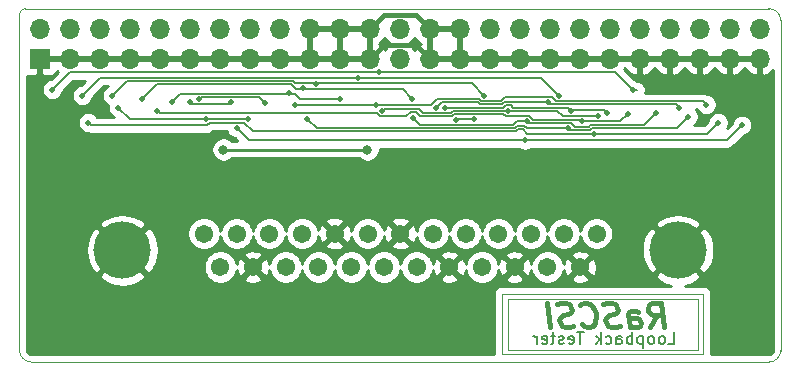
<source format=gbr>
%TF.GenerationSoftware,KiCad,Pcbnew,(5.1.9-16-g1737927814)-1*%
%TF.CreationDate,2021-06-02T15:54:43-05:00*%
%TF.ProjectId,loopback_tester,6c6f6f70-6261-4636-9b5f-746573746572,rev?*%
%TF.SameCoordinates,PX59d60c0PY325aa00*%
%TF.FileFunction,Copper,L2,Bot*%
%TF.FilePolarity,Positive*%
%FSLAX46Y46*%
G04 Gerber Fmt 4.6, Leading zero omitted, Abs format (unit mm)*
G04 Created by KiCad (PCBNEW (5.1.9-16-g1737927814)-1) date 2021-06-02 15:54:43*
%MOMM*%
%LPD*%
G01*
G04 APERTURE LIST*
%TA.AperFunction,Profile*%
%ADD10C,0.050000*%
%TD*%
%TA.AperFunction,NonConductor*%
%ADD11C,0.150000*%
%TD*%
%TA.AperFunction,NonConductor*%
%ADD12C,0.400000*%
%TD*%
%TA.AperFunction,NonConductor*%
%ADD13C,0.120000*%
%TD*%
%TA.AperFunction,ComponentPad*%
%ADD14O,1.700000X1.700000*%
%TD*%
%TA.AperFunction,ComponentPad*%
%ADD15R,1.700000X1.700000*%
%TD*%
%TA.AperFunction,ComponentPad*%
%ADD16C,4.845000*%
%TD*%
%TA.AperFunction,ComponentPad*%
%ADD17C,1.545000*%
%TD*%
%TA.AperFunction,ViaPad*%
%ADD18C,0.500000*%
%TD*%
%TA.AperFunction,ViaPad*%
%ADD19C,0.800000*%
%TD*%
%TA.AperFunction,Conductor*%
%ADD20C,0.400000*%
%TD*%
%TA.AperFunction,Conductor*%
%ADD21C,0.150000*%
%TD*%
%TA.AperFunction,Conductor*%
%ADD22C,0.200000*%
%TD*%
%TA.AperFunction,Conductor*%
%ADD23C,0.250000*%
%TD*%
%TA.AperFunction,Conductor*%
%ADD24C,0.254000*%
%TD*%
G04 APERTURE END LIST*
D10*
X144052000Y-45696000D02*
G75*
G03*
X145012000Y-44736000I0J960000D01*
G01*
D11*
X135486761Y-44172380D02*
X135962952Y-44172380D01*
X135962952Y-43172380D01*
X135010571Y-44172380D02*
X135105809Y-44124761D01*
X135153428Y-44077142D01*
X135201047Y-43981904D01*
X135201047Y-43696190D01*
X135153428Y-43600952D01*
X135105809Y-43553333D01*
X135010571Y-43505714D01*
X134867714Y-43505714D01*
X134772476Y-43553333D01*
X134724857Y-43600952D01*
X134677238Y-43696190D01*
X134677238Y-43981904D01*
X134724857Y-44077142D01*
X134772476Y-44124761D01*
X134867714Y-44172380D01*
X135010571Y-44172380D01*
X134105809Y-44172380D02*
X134201047Y-44124761D01*
X134248666Y-44077142D01*
X134296285Y-43981904D01*
X134296285Y-43696190D01*
X134248666Y-43600952D01*
X134201047Y-43553333D01*
X134105809Y-43505714D01*
X133962952Y-43505714D01*
X133867714Y-43553333D01*
X133820095Y-43600952D01*
X133772476Y-43696190D01*
X133772476Y-43981904D01*
X133820095Y-44077142D01*
X133867714Y-44124761D01*
X133962952Y-44172380D01*
X134105809Y-44172380D01*
X133343904Y-43505714D02*
X133343904Y-44505714D01*
X133343904Y-43553333D02*
X133248666Y-43505714D01*
X133058190Y-43505714D01*
X132962952Y-43553333D01*
X132915333Y-43600952D01*
X132867714Y-43696190D01*
X132867714Y-43981904D01*
X132915333Y-44077142D01*
X132962952Y-44124761D01*
X133058190Y-44172380D01*
X133248666Y-44172380D01*
X133343904Y-44124761D01*
X132439142Y-44172380D02*
X132439142Y-43172380D01*
X132439142Y-43553333D02*
X132343904Y-43505714D01*
X132153428Y-43505714D01*
X132058190Y-43553333D01*
X132010571Y-43600952D01*
X131962952Y-43696190D01*
X131962952Y-43981904D01*
X132010571Y-44077142D01*
X132058190Y-44124761D01*
X132153428Y-44172380D01*
X132343904Y-44172380D01*
X132439142Y-44124761D01*
X131105809Y-44172380D02*
X131105809Y-43648571D01*
X131153428Y-43553333D01*
X131248666Y-43505714D01*
X131439142Y-43505714D01*
X131534380Y-43553333D01*
X131105809Y-44124761D02*
X131201047Y-44172380D01*
X131439142Y-44172380D01*
X131534380Y-44124761D01*
X131582000Y-44029523D01*
X131582000Y-43934285D01*
X131534380Y-43839047D01*
X131439142Y-43791428D01*
X131201047Y-43791428D01*
X131105809Y-43743809D01*
X130201047Y-44124761D02*
X130296285Y-44172380D01*
X130486761Y-44172380D01*
X130582000Y-44124761D01*
X130629619Y-44077142D01*
X130677238Y-43981904D01*
X130677238Y-43696190D01*
X130629619Y-43600952D01*
X130582000Y-43553333D01*
X130486761Y-43505714D01*
X130296285Y-43505714D01*
X130201047Y-43553333D01*
X129772476Y-44172380D02*
X129772476Y-43172380D01*
X129677238Y-43791428D02*
X129391523Y-44172380D01*
X129391523Y-43505714D02*
X129772476Y-43886666D01*
X128343904Y-43172380D02*
X127772476Y-43172380D01*
X128058190Y-44172380D02*
X128058190Y-43172380D01*
X127058190Y-44124761D02*
X127153428Y-44172380D01*
X127343904Y-44172380D01*
X127439142Y-44124761D01*
X127486761Y-44029523D01*
X127486761Y-43648571D01*
X127439142Y-43553333D01*
X127343904Y-43505714D01*
X127153428Y-43505714D01*
X127058190Y-43553333D01*
X127010571Y-43648571D01*
X127010571Y-43743809D01*
X127486761Y-43839047D01*
X126629619Y-44124761D02*
X126534380Y-44172380D01*
X126343904Y-44172380D01*
X126248666Y-44124761D01*
X126201047Y-44029523D01*
X126201047Y-43981904D01*
X126248666Y-43886666D01*
X126343904Y-43839047D01*
X126486761Y-43839047D01*
X126582000Y-43791428D01*
X126629619Y-43696190D01*
X126629619Y-43648571D01*
X126582000Y-43553333D01*
X126486761Y-43505714D01*
X126343904Y-43505714D01*
X126248666Y-43553333D01*
X125915333Y-43505714D02*
X125534380Y-43505714D01*
X125772476Y-43172380D02*
X125772476Y-44029523D01*
X125724857Y-44124761D01*
X125629619Y-44172380D01*
X125534380Y-44172380D01*
X124820095Y-44124761D02*
X124915333Y-44172380D01*
X125105809Y-44172380D01*
X125201047Y-44124761D01*
X125248666Y-44029523D01*
X125248666Y-43648571D01*
X125201047Y-43553333D01*
X125105809Y-43505714D01*
X124915333Y-43505714D01*
X124820095Y-43553333D01*
X124772476Y-43648571D01*
X124772476Y-43743809D01*
X125248666Y-43839047D01*
X124343904Y-44172380D02*
X124343904Y-43505714D01*
X124343904Y-43696190D02*
X124296285Y-43600952D01*
X124248666Y-43553333D01*
X124153428Y-43505714D01*
X124058190Y-43505714D01*
D12*
X133956761Y-42719761D02*
X134504380Y-41767380D01*
X135099619Y-42719761D02*
X134849619Y-40719761D01*
X134087714Y-40719761D01*
X133909142Y-40815000D01*
X133825809Y-40910238D01*
X133754380Y-41100714D01*
X133790095Y-41386428D01*
X133909142Y-41576904D01*
X134016285Y-41672142D01*
X134218666Y-41767380D01*
X134980571Y-41767380D01*
X132242476Y-42719761D02*
X132111523Y-41672142D01*
X132182952Y-41481666D01*
X132361523Y-41386428D01*
X132742476Y-41386428D01*
X132944857Y-41481666D01*
X132230571Y-42624523D02*
X132432952Y-42719761D01*
X132909142Y-42719761D01*
X133087714Y-42624523D01*
X133159142Y-42434047D01*
X133135333Y-42243571D01*
X133016285Y-42053095D01*
X132813904Y-41957857D01*
X132337714Y-41957857D01*
X132135333Y-41862619D01*
X131373428Y-42624523D02*
X131099619Y-42719761D01*
X130623428Y-42719761D01*
X130421047Y-42624523D01*
X130313904Y-42529285D01*
X130194857Y-42338809D01*
X130171047Y-42148333D01*
X130242476Y-41957857D01*
X130325809Y-41862619D01*
X130504380Y-41767380D01*
X130873428Y-41672142D01*
X131052000Y-41576904D01*
X131135333Y-41481666D01*
X131206761Y-41291190D01*
X131182952Y-41100714D01*
X131063904Y-40910238D01*
X130956761Y-40815000D01*
X130754380Y-40719761D01*
X130278190Y-40719761D01*
X130004380Y-40815000D01*
X128218666Y-42529285D02*
X128325809Y-42624523D01*
X128623428Y-42719761D01*
X128813904Y-42719761D01*
X129087714Y-42624523D01*
X129254380Y-42434047D01*
X129325809Y-42243571D01*
X129373428Y-41862619D01*
X129337714Y-41576904D01*
X129194857Y-41195952D01*
X129075809Y-41005476D01*
X128861523Y-40815000D01*
X128563904Y-40719761D01*
X128373428Y-40719761D01*
X128099619Y-40815000D01*
X128016285Y-40910238D01*
X127468666Y-42624523D02*
X127194857Y-42719761D01*
X126718666Y-42719761D01*
X126516285Y-42624523D01*
X126409142Y-42529285D01*
X126290095Y-42338809D01*
X126266285Y-42148333D01*
X126337714Y-41957857D01*
X126421047Y-41862619D01*
X126599619Y-41767380D01*
X126968666Y-41672142D01*
X127147238Y-41576904D01*
X127230571Y-41481666D01*
X127302000Y-41291190D01*
X127278190Y-41100714D01*
X127159142Y-40910238D01*
X127052000Y-40815000D01*
X126849619Y-40719761D01*
X126373428Y-40719761D01*
X126099619Y-40815000D01*
X125480571Y-42719761D02*
X125230571Y-40719761D01*
D13*
X121994000Y-40342000D02*
X137996000Y-40342000D01*
X121930500Y-44660000D02*
X121930500Y-40405500D01*
X137996000Y-40342000D02*
X137996000Y-44660000D01*
X137996000Y-44660000D02*
X121930500Y-44660000D01*
X121422500Y-39961000D02*
X121422500Y-45041000D01*
X138440500Y-45041000D02*
X121422500Y-45041000D01*
X138377000Y-39961000D02*
X121422500Y-39961000D01*
X138440500Y-45041000D02*
X138440500Y-39961000D01*
D10*
X81552000Y-45696000D02*
X144052000Y-45696000D01*
X81552000Y-45696800D02*
G75*
G02*
X80552000Y-44736000I0J1000800D01*
G01*
X80552000Y-16288000D02*
X80552000Y-44736000D01*
X145012000Y-16780000D02*
X145012000Y-44736000D01*
X81060000Y-15780000D02*
X144012000Y-15780000D01*
X80552000Y-16288000D02*
G75*
G02*
X81060000Y-15780000I508000J0D01*
G01*
X144012000Y-15780000D02*
G75*
G02*
X145012000Y-16780000I0J-1000000D01*
G01*
D14*
%TO.P,J2,50*%
%TO.N,C-I_O*%
X143226500Y-17494500D03*
%TO.P,J2,49*%
%TO.N,GND*%
X143226500Y-20034500D03*
%TO.P,J2,48*%
%TO.N,C-REQ*%
X140686500Y-17494500D03*
%TO.P,J2,47*%
%TO.N,GND*%
X140686500Y-20034500D03*
%TO.P,J2,46*%
%TO.N,C-C_D*%
X138146500Y-17494500D03*
%TO.P,J2,45*%
%TO.N,GND*%
X138146500Y-20034500D03*
%TO.P,J2,44*%
%TO.N,C-SEL*%
X135606500Y-17494500D03*
%TO.P,J2,43*%
%TO.N,GND*%
X135606500Y-20034500D03*
%TO.P,J2,42*%
%TO.N,C-MSG*%
X133066500Y-17494500D03*
%TO.P,J2,41*%
%TO.N,GND*%
X133066500Y-20034500D03*
%TO.P,J2,40*%
%TO.N,C-RST*%
X130526500Y-17494500D03*
%TO.P,J2,39*%
%TO.N,GND*%
X130526500Y-20034500D03*
%TO.P,J2,38*%
%TO.N,C-ACK*%
X127986500Y-17494500D03*
%TO.P,J2,37*%
%TO.N,GND*%
X127986500Y-20034500D03*
%TO.P,J2,36*%
%TO.N,C-BSY*%
X125446500Y-17494500D03*
%TO.P,J2,35*%
%TO.N,GND*%
X125446500Y-20034500D03*
%TO.P,J2,34*%
%TO.N,N/C*%
X122906500Y-17494500D03*
%TO.P,J2,33*%
%TO.N,GND*%
X122906500Y-20034500D03*
%TO.P,J2,32*%
%TO.N,C-ATN*%
X120366500Y-17494500D03*
%TO.P,J2,31*%
%TO.N,GND*%
X120366500Y-20034500D03*
%TO.P,J2,30*%
X117826500Y-17494500D03*
%TO.P,J2,29*%
X117826500Y-20034500D03*
%TO.P,J2,28*%
X115286500Y-17494500D03*
%TO.P,J2,27*%
X115286500Y-20034500D03*
%TO.P,J2,26*%
%TO.N,TERMPOW*%
X112746500Y-17494500D03*
%TO.P,J2,25*%
%TO.N,N/C*%
X112746500Y-20034500D03*
%TO.P,J2,24*%
%TO.N,GND*%
X110206500Y-17494500D03*
%TO.P,J2,23*%
X110206500Y-20034500D03*
%TO.P,J2,22*%
X107666500Y-17494500D03*
%TO.P,J2,21*%
X107666500Y-20034500D03*
%TO.P,J2,20*%
X105126500Y-17494500D03*
%TO.P,J2,19*%
X105126500Y-20034500D03*
%TO.P,J2,18*%
%TO.N,C-DP*%
X102586500Y-17494500D03*
%TO.P,J2,17*%
%TO.N,GND*%
X102586500Y-20034500D03*
%TO.P,J2,16*%
%TO.N,C-D7*%
X100046500Y-17494500D03*
%TO.P,J2,15*%
%TO.N,GND*%
X100046500Y-20034500D03*
%TO.P,J2,14*%
%TO.N,C-D6*%
X97506500Y-17494500D03*
%TO.P,J2,13*%
%TO.N,GND*%
X97506500Y-20034500D03*
%TO.P,J2,12*%
%TO.N,C-D5*%
X94966500Y-17494500D03*
%TO.P,J2,11*%
%TO.N,GND*%
X94966500Y-20034500D03*
%TO.P,J2,10*%
%TO.N,C-D4*%
X92426500Y-17494500D03*
%TO.P,J2,9*%
%TO.N,GND*%
X92426500Y-20034500D03*
%TO.P,J2,8*%
%TO.N,C-D3*%
X89886500Y-17494500D03*
%TO.P,J2,7*%
%TO.N,GND*%
X89886500Y-20034500D03*
%TO.P,J2,6*%
%TO.N,C-D2*%
X87346500Y-17494500D03*
%TO.P,J2,5*%
%TO.N,GND*%
X87346500Y-20034500D03*
%TO.P,J2,4*%
%TO.N,C-D1*%
X84806500Y-17494500D03*
%TO.P,J2,3*%
%TO.N,GND*%
X84806500Y-20034500D03*
%TO.P,J2,2*%
%TO.N,C-D0*%
X82266500Y-17494500D03*
D15*
%TO.P,J2,1*%
%TO.N,GND*%
X82266500Y-20034500D03*
%TD*%
D16*
%TO.P,J1,MH2*%
%TO.N,GND*%
X89281600Y-36250000D03*
%TO.P,J1,MH1*%
X136321600Y-36250000D03*
D17*
%TO.P,J1,25*%
%TO.N,TERMPOW*%
X97566600Y-37670000D03*
%TO.P,J1,24*%
%TO.N,GND*%
X100336600Y-37670000D03*
%TO.P,J1,23*%
%TO.N,C-D4*%
X103106600Y-37670000D03*
%TO.P,J1,22*%
%TO.N,C-D2*%
X105876600Y-37670000D03*
%TO.P,J1,21*%
%TO.N,C-D1*%
X108646600Y-37670000D03*
%TO.P,J1,20*%
%TO.N,C-DP*%
X111416600Y-37670000D03*
%TO.P,J1,19*%
%TO.N,C-SEL*%
X114186600Y-37670000D03*
%TO.P,J1,18*%
%TO.N,GND*%
X116956600Y-37670000D03*
%TO.P,J1,17*%
%TO.N,C-ATN*%
X119726600Y-37670000D03*
%TO.P,J1,16*%
%TO.N,GND*%
X122496600Y-37670000D03*
%TO.P,J1,15*%
%TO.N,C-C_D*%
X125266600Y-37670000D03*
%TO.P,J1,14*%
%TO.N,GND*%
X128036600Y-37670000D03*
%TO.P,J1,13*%
%TO.N,C-D7*%
X96181600Y-34830000D03*
%TO.P,J1,12*%
%TO.N,C-D6*%
X98951600Y-34830000D03*
%TO.P,J1,11*%
%TO.N,C-D5*%
X101721600Y-34830000D03*
%TO.P,J1,10*%
%TO.N,C-D3*%
X104491600Y-34830000D03*
%TO.P,J1,9*%
%TO.N,GND*%
X107261600Y-34830000D03*
%TO.P,J1,8*%
%TO.N,C-D0*%
X110031600Y-34830000D03*
%TO.P,J1,7*%
%TO.N,GND*%
X112801600Y-34830000D03*
%TO.P,J1,6*%
%TO.N,C-BSY*%
X115571600Y-34830000D03*
%TO.P,J1,5*%
%TO.N,C-ACK*%
X118341600Y-34830000D03*
%TO.P,J1,4*%
%TO.N,C-RST*%
X121111600Y-34830000D03*
%TO.P,J1,3*%
%TO.N,C-I_O*%
X123881600Y-34830000D03*
%TO.P,J1,2*%
%TO.N,C-MSG*%
X126651600Y-34830000D03*
%TO.P,J1,1*%
%TO.N,C-REQ*%
X129421600Y-34830000D03*
%TD*%
D18*
%TO.N,GND*%
X116874000Y-31274000D03*
X112810000Y-31528000D03*
X106968000Y-29750000D03*
X100110000Y-30258000D03*
X128304000Y-31782000D03*
X124748000Y-29242000D03*
%TO.N,C-BSY*%
X136432000Y-24162000D03*
X115858000Y-24162000D03*
X125286242Y-23709990D03*
%TO.N,C-ACK*%
X130318290Y-24614010D03*
X116620000Y-24162000D03*
X127270290Y-24455392D03*
%TO.N,C-ATN*%
X119064700Y-25168032D03*
X117551544Y-25184410D03*
%TO.N,C-D1*%
X85886000Y-23146000D03*
X126272000Y-23146000D03*
X109254000Y-21622000D03*
%TO.N,C-D3*%
X90966000Y-23400000D03*
X113826000Y-23400000D03*
X104537024Y-22528976D03*
%TO.N,C-D5*%
X95791699Y-23432979D03*
X101391462Y-23780570D03*
%TO.N,C-D6*%
X95030000Y-23709990D03*
X98495096Y-23709990D03*
%TO.N,C-D7*%
X88934000Y-24162000D03*
X99928546Y-25122010D03*
X96355990Y-25122010D03*
%TO.N,C-C_D*%
X137194000Y-24924000D03*
X104943610Y-25122010D03*
X127007423Y-25913423D03*
D19*
%TO.N,TERMPOW*%
X110016000Y-27718000D03*
X97824000Y-27718000D03*
D18*
%TO.N,C-I_O*%
X141738501Y-25658501D03*
X98947106Y-25884010D03*
X123359109Y-26937127D03*
%TO.N,C-REQ*%
X139734000Y-25432000D03*
X86394000Y-25432000D03*
X129237424Y-26365424D03*
%TO.N,C-SEL*%
X134490904Y-24614010D03*
X123510467Y-25327979D03*
X113895089Y-25020436D03*
%TO.N,C-MSG*%
X132114000Y-24670000D03*
X92236000Y-24416000D03*
X128215022Y-25343022D03*
%TO.N,C-RST*%
X111286000Y-24416000D03*
X129572471Y-24891021D03*
X121930989Y-24439011D03*
%TO.N,C-DP*%
X138718000Y-23908000D03*
X110778000Y-23908000D03*
X103850121Y-23977038D03*
%TO.N,C-D4*%
X93478501Y-23681499D03*
X107729699Y-23455063D03*
X103398111Y-22892000D03*
%TO.N,C-D2*%
X88426000Y-23146000D03*
X119922000Y-23146000D03*
X105698000Y-22130000D03*
%TO.N,C-D0*%
X83346000Y-22638000D03*
X132466509Y-22664520D03*
X110976001Y-21169999D03*
%TD*%
D20*
%TO.N,GND*%
X107666500Y-34425100D02*
X107261600Y-34830000D01*
X111383501Y-18857499D02*
X110206500Y-20034500D01*
X114109499Y-18857499D02*
X111383501Y-18857499D01*
X115286500Y-20034500D02*
X114109499Y-18857499D01*
X114109499Y-16317499D02*
X115286500Y-17494500D01*
X111383501Y-16317499D02*
X114109499Y-16317499D01*
X110206500Y-17494500D02*
X111383501Y-16317499D01*
D21*
%TO.N,C-BSY*%
X115604000Y-34862400D02*
X115571600Y-34830000D01*
X136154989Y-23884989D02*
X125461241Y-23884989D01*
X125461241Y-23884989D02*
X125286242Y-23709990D01*
X136432000Y-24162000D02*
X136154989Y-23884989D01*
X119353751Y-23709999D02*
X119528741Y-23884989D01*
X121424297Y-23884989D02*
X121599296Y-23709990D01*
X121599296Y-23709990D02*
X125286242Y-23709990D01*
X119528741Y-23884989D02*
X121424297Y-23884989D01*
X116310001Y-23709999D02*
X119353751Y-23709999D01*
X115858000Y-24162000D02*
X116310001Y-23709999D01*
%TO.N,C-ACK*%
X122147950Y-23987010D02*
X122322940Y-24162000D01*
X130318290Y-24614010D02*
X130068291Y-24364011D01*
X130068291Y-24364011D02*
X127361671Y-24364011D01*
X116620000Y-24162000D02*
X121539038Y-24162000D01*
X121539038Y-24162000D02*
X121714028Y-23987010D01*
X121714028Y-23987010D02*
X122147950Y-23987010D01*
X127361671Y-24364011D02*
X127270290Y-24455392D01*
X122322940Y-24162000D02*
X126976898Y-24162000D01*
X126976898Y-24162000D02*
X127270290Y-24455392D01*
%TO.N,C-ATN*%
X117567922Y-25168032D02*
X117551544Y-25184410D01*
X119064700Y-25168032D02*
X117567922Y-25168032D01*
D22*
%TO.N,C-D1*%
X108350000Y-37373400D02*
X108646600Y-37670000D01*
D21*
X124750974Y-21624974D02*
X126272000Y-23146000D01*
X87407026Y-21624974D02*
X124750974Y-21624974D01*
X85886000Y-23146000D02*
X87407026Y-21624974D01*
D22*
%TO.N,C-D3*%
X104280000Y-34618400D02*
X104491600Y-34830000D01*
D21*
X90966000Y-23400000D02*
X92183757Y-22182243D01*
X103587940Y-22182243D02*
X103987698Y-22582001D01*
X103987698Y-22582001D02*
X113008001Y-22582001D01*
X113008001Y-22582001D02*
X113826000Y-23400000D01*
X92183757Y-22182243D02*
X103587940Y-22182243D01*
%TO.N,C-D5*%
X95966690Y-23257988D02*
X100868880Y-23257988D01*
X100868880Y-23257988D02*
X101391462Y-23780570D01*
X95791699Y-23432979D02*
X95966690Y-23257988D01*
%TO.N,C-D6*%
X98840000Y-34941600D02*
X98951600Y-34830000D01*
X95204999Y-23884989D02*
X95030000Y-23709990D01*
X98320097Y-23884989D02*
X95204999Y-23884989D01*
X98495096Y-23709990D02*
X98320097Y-23884989D01*
%TO.N,C-D7*%
X89894010Y-25122010D02*
X99928546Y-25122010D01*
X88934000Y-24162000D02*
X89894010Y-25122010D01*
%TO.N,C-C_D*%
X122482751Y-25913423D02*
X105735023Y-25913423D01*
X105735023Y-25913423D02*
X104943610Y-25122010D01*
X122657741Y-25738433D02*
X122482751Y-25913423D01*
X123321146Y-25738432D02*
X122657741Y-25738433D01*
X123496137Y-25913423D02*
X123321146Y-25738432D01*
X127007423Y-25913423D02*
X123496137Y-25913423D01*
X127166033Y-26072033D02*
X127007423Y-25913423D01*
X128861853Y-26072033D02*
X127166033Y-26072033D01*
X129020463Y-25913423D02*
X128861853Y-26072033D01*
X136204577Y-25913423D02*
X129020463Y-25913423D01*
X137194000Y-24924000D02*
X136204577Y-25913423D01*
D23*
%TO.N,TERMPOW*%
X110016000Y-27718000D02*
X97824000Y-27718000D01*
D21*
%TO.N,C-I_O*%
X141738501Y-25658501D02*
X140459875Y-26937127D01*
X98947106Y-25884010D02*
X100000223Y-26937127D01*
X140459875Y-26937127D02*
X123359109Y-26937127D01*
X100000223Y-26937127D02*
X123359109Y-26937127D01*
%TO.N,C-REQ*%
X122597492Y-26190434D02*
X100328008Y-26190434D01*
X139734000Y-25432000D02*
X138800576Y-26365424D01*
X123556386Y-26365424D02*
X123206405Y-26015443D01*
X123206405Y-26015443D02*
X122772483Y-26015443D01*
X122772483Y-26015443D02*
X122597492Y-26190434D01*
X100328008Y-26190434D02*
X99569574Y-25432000D01*
X96464963Y-25681999D02*
X86643999Y-25681999D01*
X86643999Y-25681999D02*
X86394000Y-25432000D01*
X99569574Y-25432000D02*
X96714962Y-25432000D01*
X96714962Y-25432000D02*
X96464963Y-25681999D01*
X129237424Y-26365424D02*
X123556386Y-26365424D01*
X138800576Y-26365424D02*
X129237424Y-26365424D01*
%TO.N,C-SEL*%
X128747112Y-25795022D02*
X127557984Y-25795022D01*
X127224384Y-25461422D02*
X123643910Y-25461422D01*
X127557984Y-25795022D02*
X127224384Y-25461422D01*
X128905721Y-25636413D02*
X128747112Y-25795022D01*
X123643910Y-25461422D02*
X123510467Y-25327979D01*
X133468501Y-25636413D02*
X128905721Y-25636413D01*
X134490904Y-24614010D02*
X133468501Y-25636413D01*
X114511065Y-25636412D02*
X113895089Y-25020436D01*
X123510467Y-25327979D02*
X122676443Y-25327979D01*
X122368010Y-25636412D02*
X114511065Y-25636412D01*
X122676443Y-25327979D02*
X122368010Y-25636412D01*
%TO.N,C-MSG*%
X132114000Y-24670000D02*
X131440978Y-25343022D01*
X131440978Y-25343022D02*
X128215022Y-25343022D01*
X123727429Y-24875977D02*
X123293505Y-24875977D01*
X123278470Y-24891012D02*
X121714028Y-24891012D01*
X124035863Y-25184411D02*
X123727429Y-24875977D01*
X114112378Y-24568435D02*
X113678456Y-24568435D01*
X123293505Y-24875977D02*
X123278470Y-24891012D01*
X113326892Y-24919999D02*
X111121037Y-24919999D01*
X117176715Y-24919999D02*
X114463942Y-24919999D01*
X121539038Y-24716022D02*
X117380692Y-24716022D01*
X121714028Y-24891012D02*
X121539038Y-24716022D01*
X128215022Y-25343022D02*
X128056411Y-25184411D01*
X110867037Y-24665999D02*
X92485999Y-24665999D01*
X117380692Y-24716022D02*
X117176715Y-24919999D01*
X111121037Y-24919999D02*
X110867037Y-24665999D01*
X114463942Y-24919999D02*
X114112378Y-24568435D01*
X92485999Y-24665999D02*
X92236000Y-24416000D01*
X128056411Y-25184411D02*
X124035863Y-25184411D01*
X113678456Y-24568435D02*
X113326892Y-24919999D01*
%TO.N,C-RST*%
X127998061Y-24891021D02*
X129572471Y-24891021D01*
X126560980Y-24907402D02*
X127981680Y-24907402D01*
X127981680Y-24907402D02*
X127998061Y-24891021D01*
X126092589Y-24439011D02*
X126560980Y-24907402D01*
X121930989Y-24439011D02*
X126092589Y-24439011D01*
X117265951Y-24439011D02*
X121930989Y-24439011D01*
X114358873Y-24291424D02*
X114700410Y-24632961D01*
X114700410Y-24632961D02*
X117072001Y-24632961D01*
X111410576Y-24291424D02*
X114358873Y-24291424D01*
X117072001Y-24632961D02*
X117265951Y-24439011D01*
X111286000Y-24416000D02*
X111410576Y-24291424D01*
%TO.N,C-DP*%
X103863276Y-23963883D02*
X103850121Y-23977038D01*
X119643482Y-23607978D02*
X119468493Y-23432989D01*
X125993482Y-23607978D02*
X125643492Y-23257988D01*
X138417978Y-23607978D02*
X125993482Y-23607978D01*
X121659546Y-23257988D02*
X121309556Y-23607978D01*
X119468493Y-23432989D02*
X115918049Y-23432989D01*
X115918049Y-23432989D02*
X115387155Y-23963883D01*
X115387155Y-23963883D02*
X103863276Y-23963883D01*
X138718000Y-23908000D02*
X138417978Y-23607978D01*
X121309556Y-23607978D02*
X119643482Y-23607978D01*
X125643492Y-23257988D02*
X121659546Y-23257988D01*
%TO.N,C-D4*%
X103848015Y-22980977D02*
X104322101Y-23455063D01*
X94179023Y-22980977D02*
X103848015Y-22980977D01*
X104322101Y-23455063D02*
X107729699Y-23455063D01*
X93478501Y-23681499D02*
X94179023Y-22980977D01*
X103487088Y-22980977D02*
X103398111Y-22892000D01*
X103848015Y-22980977D02*
X103487088Y-22980977D01*
%TO.N,C-D2*%
X88426000Y-23146000D02*
X89666767Y-21905233D01*
X103702682Y-21905233D02*
X103874424Y-22076975D01*
X89666767Y-21905233D02*
X103702682Y-21905233D01*
X118852975Y-22076975D02*
X119922000Y-23146000D01*
X103874424Y-22076975D02*
X118852975Y-22076975D01*
D22*
%TO.N,C-D0*%
X110120000Y-34741600D02*
X110031600Y-34830000D01*
D21*
X132876000Y-22638000D02*
X132493029Y-22638000D01*
X132493029Y-22638000D02*
X132466509Y-22664520D01*
X130971988Y-21169999D02*
X132466509Y-22664520D01*
X83346000Y-22638000D02*
X84814001Y-21169999D01*
X84814001Y-21169999D02*
X130971988Y-21169999D01*
%TD*%
D24*
%TO.N,GND*%
X105253500Y-17367500D02*
X107539500Y-17367500D01*
X107539500Y-17347500D01*
X107793500Y-17347500D01*
X107793500Y-17367500D01*
X110079500Y-17367500D01*
X110079500Y-17347500D01*
X110333500Y-17347500D01*
X110333500Y-17367500D01*
X110353500Y-17367500D01*
X110353500Y-17621500D01*
X110333500Y-17621500D01*
X110333500Y-19907500D01*
X110353500Y-19907500D01*
X110353500Y-20161500D01*
X110333500Y-20161500D01*
X110333500Y-20181500D01*
X110079500Y-20181500D01*
X110079500Y-20161500D01*
X107793500Y-20161500D01*
X107793500Y-20181500D01*
X107539500Y-20181500D01*
X107539500Y-20161500D01*
X105253500Y-20161500D01*
X105253500Y-20181500D01*
X104999500Y-20181500D01*
X104999500Y-20161500D01*
X102713500Y-20161500D01*
X102713500Y-20181500D01*
X102459500Y-20181500D01*
X102459500Y-20161500D01*
X100173500Y-20161500D01*
X100173500Y-20181500D01*
X99919500Y-20181500D01*
X99919500Y-20161500D01*
X97633500Y-20161500D01*
X97633500Y-20181500D01*
X97379500Y-20181500D01*
X97379500Y-20161500D01*
X95093500Y-20161500D01*
X95093500Y-20181500D01*
X94839500Y-20181500D01*
X94839500Y-20161500D01*
X92553500Y-20161500D01*
X92553500Y-20181500D01*
X92299500Y-20181500D01*
X92299500Y-20161500D01*
X90013500Y-20161500D01*
X90013500Y-20181500D01*
X89759500Y-20181500D01*
X89759500Y-20161500D01*
X87473500Y-20161500D01*
X87473500Y-20181500D01*
X87219500Y-20181500D01*
X87219500Y-20161500D01*
X84933500Y-20161500D01*
X84933500Y-20181500D01*
X84679500Y-20181500D01*
X84679500Y-20161500D01*
X82393500Y-20161500D01*
X82393500Y-21360750D01*
X82552250Y-21519500D01*
X83116500Y-21522572D01*
X83240982Y-21510312D01*
X83360680Y-21474002D01*
X83470994Y-21415037D01*
X83567685Y-21335685D01*
X83647037Y-21238994D01*
X83706002Y-21128680D01*
X83730466Y-21048034D01*
X83806231Y-21132088D01*
X83830053Y-21149856D01*
X83218982Y-21760927D01*
X83087855Y-21787010D01*
X82926795Y-21853723D01*
X82781845Y-21950576D01*
X82658576Y-22073845D01*
X82561723Y-22218795D01*
X82495010Y-22379855D01*
X82461000Y-22550835D01*
X82461000Y-22725165D01*
X82495010Y-22896145D01*
X82561723Y-23057205D01*
X82658576Y-23202155D01*
X82781845Y-23325424D01*
X82926795Y-23422277D01*
X83087855Y-23488990D01*
X83258835Y-23523000D01*
X83433165Y-23523000D01*
X83604145Y-23488990D01*
X83765205Y-23422277D01*
X83910155Y-23325424D01*
X84033424Y-23202155D01*
X84130277Y-23057205D01*
X84196990Y-22896145D01*
X84223073Y-22765018D01*
X85108092Y-21879999D01*
X86147910Y-21879999D01*
X85758982Y-22268927D01*
X85627855Y-22295010D01*
X85466795Y-22361723D01*
X85321845Y-22458576D01*
X85198576Y-22581845D01*
X85101723Y-22726795D01*
X85035010Y-22887855D01*
X85001000Y-23058835D01*
X85001000Y-23233165D01*
X85035010Y-23404145D01*
X85101723Y-23565205D01*
X85198576Y-23710155D01*
X85321845Y-23833424D01*
X85466795Y-23930277D01*
X85627855Y-23996990D01*
X85798835Y-24031000D01*
X85973165Y-24031000D01*
X86144145Y-23996990D01*
X86305205Y-23930277D01*
X86450155Y-23833424D01*
X86573424Y-23710155D01*
X86670277Y-23565205D01*
X86736990Y-23404145D01*
X86763073Y-23273018D01*
X87701117Y-22334974D01*
X88071373Y-22334974D01*
X88006795Y-22361723D01*
X87861845Y-22458576D01*
X87738576Y-22581845D01*
X87641723Y-22726795D01*
X87575010Y-22887855D01*
X87541000Y-23058835D01*
X87541000Y-23233165D01*
X87575010Y-23404145D01*
X87641723Y-23565205D01*
X87738576Y-23710155D01*
X87861845Y-23833424D01*
X88006795Y-23930277D01*
X88072353Y-23957432D01*
X88049000Y-24074835D01*
X88049000Y-24249165D01*
X88083010Y-24420145D01*
X88149723Y-24581205D01*
X88246576Y-24726155D01*
X88369845Y-24849424D01*
X88514795Y-24946277D01*
X88576894Y-24971999D01*
X87151018Y-24971999D01*
X87081424Y-24867845D01*
X86958155Y-24744576D01*
X86813205Y-24647723D01*
X86652145Y-24581010D01*
X86481165Y-24547000D01*
X86306835Y-24547000D01*
X86135855Y-24581010D01*
X85974795Y-24647723D01*
X85829845Y-24744576D01*
X85706576Y-24867845D01*
X85609723Y-25012795D01*
X85543010Y-25173855D01*
X85509000Y-25344835D01*
X85509000Y-25519165D01*
X85543010Y-25690145D01*
X85609723Y-25851205D01*
X85706576Y-25996155D01*
X85829845Y-26119424D01*
X85974795Y-26216277D01*
X86135855Y-26282990D01*
X86306835Y-26317000D01*
X86325840Y-26317000D01*
X86370979Y-26341127D01*
X86504815Y-26381726D01*
X86609122Y-26391999D01*
X86609124Y-26391999D01*
X86643999Y-26395434D01*
X86678874Y-26391999D01*
X96430088Y-26391999D01*
X96464963Y-26395434D01*
X96499838Y-26391999D01*
X96499840Y-26391999D01*
X96604147Y-26381726D01*
X96737983Y-26341127D01*
X96861326Y-26275199D01*
X96969438Y-26186474D01*
X96991675Y-26159378D01*
X97009053Y-26142000D01*
X98096085Y-26142000D01*
X98096116Y-26142155D01*
X98162829Y-26303215D01*
X98259682Y-26448165D01*
X98382951Y-26571434D01*
X98527901Y-26668287D01*
X98688961Y-26735000D01*
X98820087Y-26761083D01*
X99017004Y-26958000D01*
X98527711Y-26958000D01*
X98483774Y-26914063D01*
X98314256Y-26800795D01*
X98125898Y-26722774D01*
X97925939Y-26683000D01*
X97722061Y-26683000D01*
X97522102Y-26722774D01*
X97333744Y-26800795D01*
X97164226Y-26914063D01*
X97020063Y-27058226D01*
X96906795Y-27227744D01*
X96828774Y-27416102D01*
X96789000Y-27616061D01*
X96789000Y-27819939D01*
X96828774Y-28019898D01*
X96906795Y-28208256D01*
X97020063Y-28377774D01*
X97164226Y-28521937D01*
X97333744Y-28635205D01*
X97522102Y-28713226D01*
X97722061Y-28753000D01*
X97925939Y-28753000D01*
X98125898Y-28713226D01*
X98314256Y-28635205D01*
X98483774Y-28521937D01*
X98527711Y-28478000D01*
X109312289Y-28478000D01*
X109356226Y-28521937D01*
X109525744Y-28635205D01*
X109714102Y-28713226D01*
X109914061Y-28753000D01*
X110117939Y-28753000D01*
X110317898Y-28713226D01*
X110506256Y-28635205D01*
X110675774Y-28521937D01*
X110819937Y-28377774D01*
X110933205Y-28208256D01*
X111011226Y-28019898D01*
X111051000Y-27819939D01*
X111051000Y-27647127D01*
X122828741Y-27647127D01*
X122939904Y-27721404D01*
X123100964Y-27788117D01*
X123271944Y-27822127D01*
X123446274Y-27822127D01*
X123617254Y-27788117D01*
X123778314Y-27721404D01*
X123889477Y-27647127D01*
X140425000Y-27647127D01*
X140459875Y-27650562D01*
X140494750Y-27647127D01*
X140494752Y-27647127D01*
X140599059Y-27636854D01*
X140732895Y-27596255D01*
X140856238Y-27530327D01*
X140964350Y-27441602D01*
X140986587Y-27414506D01*
X141865520Y-26535574D01*
X141996646Y-26509491D01*
X142157706Y-26442778D01*
X142302656Y-26345925D01*
X142425925Y-26222656D01*
X142522778Y-26077706D01*
X142589491Y-25916646D01*
X142623501Y-25745666D01*
X142623501Y-25571336D01*
X142589491Y-25400356D01*
X142522778Y-25239296D01*
X142425925Y-25094346D01*
X142302656Y-24971077D01*
X142157706Y-24874224D01*
X141996646Y-24807511D01*
X141825666Y-24773501D01*
X141651336Y-24773501D01*
X141480356Y-24807511D01*
X141319296Y-24874224D01*
X141174346Y-24971077D01*
X141051077Y-25094346D01*
X140954224Y-25239296D01*
X140887511Y-25400356D01*
X140861428Y-25531482D01*
X140471099Y-25921812D01*
X140518277Y-25851205D01*
X140584990Y-25690145D01*
X140619000Y-25519165D01*
X140619000Y-25344835D01*
X140584990Y-25173855D01*
X140518277Y-25012795D01*
X140421424Y-24867845D01*
X140298155Y-24744576D01*
X140153205Y-24647723D01*
X139992145Y-24581010D01*
X139821165Y-24547000D01*
X139646835Y-24547000D01*
X139475855Y-24581010D01*
X139314795Y-24647723D01*
X139169845Y-24744576D01*
X139046576Y-24867845D01*
X138949723Y-25012795D01*
X138883010Y-25173855D01*
X138856927Y-25304982D01*
X138506485Y-25655424D01*
X137692305Y-25655424D01*
X137758155Y-25611424D01*
X137881424Y-25488155D01*
X137978277Y-25343205D01*
X138044990Y-25182145D01*
X138079000Y-25011165D01*
X138079000Y-24836835D01*
X138044990Y-24665855D01*
X137978277Y-24504795D01*
X137881424Y-24359845D01*
X137839557Y-24317978D01*
X137929901Y-24317978D01*
X137933723Y-24327205D01*
X138030576Y-24472155D01*
X138153845Y-24595424D01*
X138298795Y-24692277D01*
X138459855Y-24758990D01*
X138630835Y-24793000D01*
X138805165Y-24793000D01*
X138976145Y-24758990D01*
X139137205Y-24692277D01*
X139282155Y-24595424D01*
X139405424Y-24472155D01*
X139502277Y-24327205D01*
X139568990Y-24166145D01*
X139603000Y-23995165D01*
X139603000Y-23820835D01*
X139568990Y-23649855D01*
X139502277Y-23488795D01*
X139405424Y-23343845D01*
X139282155Y-23220576D01*
X139137205Y-23123723D01*
X138976145Y-23057010D01*
X138830500Y-23028039D01*
X138814341Y-23014778D01*
X138690998Y-22948850D01*
X138557162Y-22908251D01*
X138452855Y-22897978D01*
X138452853Y-22897978D01*
X138417978Y-22894543D01*
X138383103Y-22897978D01*
X133539084Y-22897978D01*
X133575727Y-22777184D01*
X133589435Y-22638000D01*
X133575727Y-22498816D01*
X133535128Y-22364980D01*
X133469200Y-22241637D01*
X133380475Y-22133525D01*
X133272363Y-22044800D01*
X133149020Y-21978872D01*
X133015184Y-21938273D01*
X132965193Y-21933349D01*
X132885714Y-21880243D01*
X132724654Y-21813530D01*
X132593527Y-21787447D01*
X131721774Y-20915694D01*
X131796500Y-20790245D01*
X131871322Y-20915855D01*
X132066231Y-21132088D01*
X132299580Y-21306141D01*
X132562401Y-21431325D01*
X132709610Y-21475976D01*
X132939500Y-21354655D01*
X132939500Y-20161500D01*
X133193500Y-20161500D01*
X133193500Y-21354655D01*
X133423390Y-21475976D01*
X133570599Y-21431325D01*
X133833420Y-21306141D01*
X134066769Y-21132088D01*
X134261678Y-20915855D01*
X134336500Y-20790245D01*
X134411322Y-20915855D01*
X134606231Y-21132088D01*
X134839580Y-21306141D01*
X135102401Y-21431325D01*
X135249610Y-21475976D01*
X135479500Y-21354655D01*
X135479500Y-20161500D01*
X135733500Y-20161500D01*
X135733500Y-21354655D01*
X135963390Y-21475976D01*
X136110599Y-21431325D01*
X136373420Y-21306141D01*
X136606769Y-21132088D01*
X136801678Y-20915855D01*
X136876500Y-20790245D01*
X136951322Y-20915855D01*
X137146231Y-21132088D01*
X137379580Y-21306141D01*
X137642401Y-21431325D01*
X137789610Y-21475976D01*
X138019500Y-21354655D01*
X138019500Y-20161500D01*
X138273500Y-20161500D01*
X138273500Y-21354655D01*
X138503390Y-21475976D01*
X138650599Y-21431325D01*
X138913420Y-21306141D01*
X139146769Y-21132088D01*
X139341678Y-20915855D01*
X139416500Y-20790245D01*
X139491322Y-20915855D01*
X139686231Y-21132088D01*
X139919580Y-21306141D01*
X140182401Y-21431325D01*
X140329610Y-21475976D01*
X140559500Y-21354655D01*
X140559500Y-20161500D01*
X140813500Y-20161500D01*
X140813500Y-21354655D01*
X141043390Y-21475976D01*
X141190599Y-21431325D01*
X141453420Y-21306141D01*
X141686769Y-21132088D01*
X141881678Y-20915855D01*
X141956500Y-20790245D01*
X142031322Y-20915855D01*
X142226231Y-21132088D01*
X142459580Y-21306141D01*
X142722401Y-21431325D01*
X142869610Y-21475976D01*
X143099500Y-21354655D01*
X143099500Y-20161500D01*
X140813500Y-20161500D01*
X140559500Y-20161500D01*
X138273500Y-20161500D01*
X138019500Y-20161500D01*
X135733500Y-20161500D01*
X135479500Y-20161500D01*
X133193500Y-20161500D01*
X132939500Y-20161500D01*
X130653500Y-20161500D01*
X130653500Y-20181500D01*
X130399500Y-20181500D01*
X130399500Y-20161500D01*
X128113500Y-20161500D01*
X128113500Y-20181500D01*
X127859500Y-20181500D01*
X127859500Y-20161500D01*
X125573500Y-20161500D01*
X125573500Y-20181500D01*
X125319500Y-20181500D01*
X125319500Y-20161500D01*
X123033500Y-20161500D01*
X123033500Y-20181500D01*
X122779500Y-20181500D01*
X122779500Y-20161500D01*
X120493500Y-20161500D01*
X120493500Y-20181500D01*
X120239500Y-20181500D01*
X120239500Y-20161500D01*
X117953500Y-20161500D01*
X117953500Y-20181500D01*
X117699500Y-20181500D01*
X117699500Y-20161500D01*
X115413500Y-20161500D01*
X115413500Y-20181500D01*
X115159500Y-20181500D01*
X115159500Y-20161500D01*
X115139500Y-20161500D01*
X115139500Y-19907500D01*
X115159500Y-19907500D01*
X115159500Y-17621500D01*
X115413500Y-17621500D01*
X115413500Y-19907500D01*
X117699500Y-19907500D01*
X117699500Y-17621500D01*
X115413500Y-17621500D01*
X115159500Y-17621500D01*
X115139500Y-17621500D01*
X115139500Y-17367500D01*
X115159500Y-17367500D01*
X115159500Y-17347500D01*
X115413500Y-17347500D01*
X115413500Y-17367500D01*
X117699500Y-17367500D01*
X117699500Y-17347500D01*
X117953500Y-17347500D01*
X117953500Y-17367500D01*
X117973500Y-17367500D01*
X117973500Y-17621500D01*
X117953500Y-17621500D01*
X117953500Y-19907500D01*
X120239500Y-19907500D01*
X120239500Y-19887500D01*
X120493500Y-19887500D01*
X120493500Y-19907500D01*
X122779500Y-19907500D01*
X122779500Y-19887500D01*
X123033500Y-19887500D01*
X123033500Y-19907500D01*
X125319500Y-19907500D01*
X125319500Y-19887500D01*
X125573500Y-19887500D01*
X125573500Y-19907500D01*
X127859500Y-19907500D01*
X127859500Y-19887500D01*
X128113500Y-19887500D01*
X128113500Y-19907500D01*
X130399500Y-19907500D01*
X130399500Y-19887500D01*
X130653500Y-19887500D01*
X130653500Y-19907500D01*
X132939500Y-19907500D01*
X132939500Y-19887500D01*
X133193500Y-19887500D01*
X133193500Y-19907500D01*
X135479500Y-19907500D01*
X135479500Y-19887500D01*
X135733500Y-19887500D01*
X135733500Y-19907500D01*
X138019500Y-19907500D01*
X138019500Y-19887500D01*
X138273500Y-19887500D01*
X138273500Y-19907500D01*
X140559500Y-19907500D01*
X140559500Y-19887500D01*
X140813500Y-19887500D01*
X140813500Y-19907500D01*
X143099500Y-19907500D01*
X143099500Y-19887500D01*
X143353500Y-19887500D01*
X143353500Y-19907500D01*
X143373500Y-19907500D01*
X143373500Y-20161500D01*
X143353500Y-20161500D01*
X143353500Y-21354655D01*
X143583390Y-21475976D01*
X143730599Y-21431325D01*
X143993420Y-21306141D01*
X144226769Y-21132088D01*
X144352000Y-20993156D01*
X144352001Y-44703712D01*
X144343182Y-44793653D01*
X144326437Y-44849116D01*
X144299239Y-44900268D01*
X144262627Y-44945159D01*
X144217987Y-44982088D01*
X144167026Y-45009642D01*
X144111688Y-45026772D01*
X144023895Y-45036000D01*
X139138370Y-45036000D01*
X139135500Y-45006865D01*
X139135500Y-39926865D01*
X139125443Y-39824756D01*
X139085702Y-39693748D01*
X139021167Y-39573011D01*
X138934317Y-39467183D01*
X138828489Y-39380333D01*
X138707752Y-39315798D01*
X138576744Y-39276057D01*
X138440500Y-39262638D01*
X138406366Y-39266000D01*
X136887552Y-39266000D01*
X136927238Y-39262008D01*
X137503214Y-39085980D01*
X138023161Y-38808062D01*
X138290026Y-38398031D01*
X136321600Y-36429605D01*
X134353174Y-38398031D01*
X134620039Y-38808062D01*
X135151787Y-39090867D01*
X135728491Y-39264500D01*
X135744052Y-39266000D01*
X121456634Y-39266000D01*
X121422500Y-39262638D01*
X121388365Y-39266000D01*
X121286256Y-39276057D01*
X121155248Y-39315798D01*
X121034511Y-39380333D01*
X120928683Y-39467183D01*
X120841833Y-39573011D01*
X120777298Y-39693748D01*
X120737557Y-39824756D01*
X120724138Y-39961000D01*
X120727500Y-39995135D01*
X120727501Y-45006855D01*
X120724630Y-45036000D01*
X81576119Y-45036000D01*
X81486420Y-45027205D01*
X81423336Y-45008159D01*
X81365155Y-44977223D01*
X81314091Y-44935576D01*
X81272088Y-44884804D01*
X81240747Y-44826840D01*
X81219637Y-44758645D01*
X81212000Y-44695951D01*
X81212000Y-38398031D01*
X87313174Y-38398031D01*
X87580039Y-38808062D01*
X88111787Y-39090867D01*
X88688491Y-39264500D01*
X89287987Y-39322287D01*
X89887238Y-39262008D01*
X90463214Y-39085980D01*
X90983161Y-38808062D01*
X91250026Y-38398031D01*
X89281600Y-36429605D01*
X87313174Y-38398031D01*
X81212000Y-38398031D01*
X81212000Y-36256387D01*
X86209313Y-36256387D01*
X86269592Y-36855638D01*
X86445620Y-37431614D01*
X86723538Y-37951561D01*
X87133569Y-38218426D01*
X89101995Y-36250000D01*
X89461205Y-36250000D01*
X91429631Y-38218426D01*
X91839662Y-37951561D01*
X92063134Y-37531373D01*
X96159100Y-37531373D01*
X96159100Y-37808627D01*
X96213190Y-38080553D01*
X96319290Y-38336701D01*
X96473324Y-38567229D01*
X96669371Y-38763276D01*
X96899899Y-38917310D01*
X97156047Y-39023410D01*
X97427973Y-39077500D01*
X97705227Y-39077500D01*
X97977153Y-39023410D01*
X98233301Y-38917310D01*
X98463829Y-38763276D01*
X98584041Y-38643064D01*
X99543141Y-38643064D01*
X99611393Y-38884227D01*
X99862211Y-39002377D01*
X100131260Y-39069324D01*
X100408200Y-39082496D01*
X100682388Y-39041387D01*
X100943288Y-38947576D01*
X101061807Y-38884227D01*
X101130059Y-38643064D01*
X100336600Y-37849605D01*
X99543141Y-38643064D01*
X98584041Y-38643064D01*
X98659876Y-38567229D01*
X98813910Y-38336701D01*
X98920010Y-38080553D01*
X98951322Y-37923138D01*
X98965213Y-38015788D01*
X99059024Y-38276688D01*
X99122373Y-38395207D01*
X99363536Y-38463459D01*
X100156995Y-37670000D01*
X100516205Y-37670000D01*
X101309664Y-38463459D01*
X101550827Y-38395207D01*
X101668977Y-38144389D01*
X101722834Y-37927946D01*
X101753190Y-38080553D01*
X101859290Y-38336701D01*
X102013324Y-38567229D01*
X102209371Y-38763276D01*
X102439899Y-38917310D01*
X102696047Y-39023410D01*
X102967973Y-39077500D01*
X103245227Y-39077500D01*
X103517153Y-39023410D01*
X103773301Y-38917310D01*
X104003829Y-38763276D01*
X104199876Y-38567229D01*
X104353910Y-38336701D01*
X104460010Y-38080553D01*
X104491600Y-37921741D01*
X104523190Y-38080553D01*
X104629290Y-38336701D01*
X104783324Y-38567229D01*
X104979371Y-38763276D01*
X105209899Y-38917310D01*
X105466047Y-39023410D01*
X105737973Y-39077500D01*
X106015227Y-39077500D01*
X106287153Y-39023410D01*
X106543301Y-38917310D01*
X106773829Y-38763276D01*
X106969876Y-38567229D01*
X107123910Y-38336701D01*
X107230010Y-38080553D01*
X107261600Y-37921741D01*
X107293190Y-38080553D01*
X107399290Y-38336701D01*
X107553324Y-38567229D01*
X107749371Y-38763276D01*
X107979899Y-38917310D01*
X108236047Y-39023410D01*
X108507973Y-39077500D01*
X108785227Y-39077500D01*
X109057153Y-39023410D01*
X109313301Y-38917310D01*
X109543829Y-38763276D01*
X109739876Y-38567229D01*
X109893910Y-38336701D01*
X110000010Y-38080553D01*
X110031600Y-37921741D01*
X110063190Y-38080553D01*
X110169290Y-38336701D01*
X110323324Y-38567229D01*
X110519371Y-38763276D01*
X110749899Y-38917310D01*
X111006047Y-39023410D01*
X111277973Y-39077500D01*
X111555227Y-39077500D01*
X111827153Y-39023410D01*
X112083301Y-38917310D01*
X112313829Y-38763276D01*
X112509876Y-38567229D01*
X112663910Y-38336701D01*
X112770010Y-38080553D01*
X112801600Y-37921741D01*
X112833190Y-38080553D01*
X112939290Y-38336701D01*
X113093324Y-38567229D01*
X113289371Y-38763276D01*
X113519899Y-38917310D01*
X113776047Y-39023410D01*
X114047973Y-39077500D01*
X114325227Y-39077500D01*
X114597153Y-39023410D01*
X114853301Y-38917310D01*
X115083829Y-38763276D01*
X115204041Y-38643064D01*
X116163141Y-38643064D01*
X116231393Y-38884227D01*
X116482211Y-39002377D01*
X116751260Y-39069324D01*
X117028200Y-39082496D01*
X117302388Y-39041387D01*
X117563288Y-38947576D01*
X117681807Y-38884227D01*
X117750059Y-38643064D01*
X116956600Y-37849605D01*
X116163141Y-38643064D01*
X115204041Y-38643064D01*
X115279876Y-38567229D01*
X115433910Y-38336701D01*
X115540010Y-38080553D01*
X115571322Y-37923138D01*
X115585213Y-38015788D01*
X115679024Y-38276688D01*
X115742373Y-38395207D01*
X115983536Y-38463459D01*
X116776995Y-37670000D01*
X117136205Y-37670000D01*
X117929664Y-38463459D01*
X118170827Y-38395207D01*
X118288977Y-38144389D01*
X118342834Y-37927946D01*
X118373190Y-38080553D01*
X118479290Y-38336701D01*
X118633324Y-38567229D01*
X118829371Y-38763276D01*
X119059899Y-38917310D01*
X119316047Y-39023410D01*
X119587973Y-39077500D01*
X119865227Y-39077500D01*
X120137153Y-39023410D01*
X120393301Y-38917310D01*
X120623829Y-38763276D01*
X120744041Y-38643064D01*
X121703141Y-38643064D01*
X121771393Y-38884227D01*
X122022211Y-39002377D01*
X122291260Y-39069324D01*
X122568200Y-39082496D01*
X122842388Y-39041387D01*
X123103288Y-38947576D01*
X123221807Y-38884227D01*
X123290059Y-38643064D01*
X122496600Y-37849605D01*
X121703141Y-38643064D01*
X120744041Y-38643064D01*
X120819876Y-38567229D01*
X120973910Y-38336701D01*
X121080010Y-38080553D01*
X121111322Y-37923138D01*
X121125213Y-38015788D01*
X121219024Y-38276688D01*
X121282373Y-38395207D01*
X121523536Y-38463459D01*
X122316995Y-37670000D01*
X122676205Y-37670000D01*
X123469664Y-38463459D01*
X123710827Y-38395207D01*
X123828977Y-38144389D01*
X123882834Y-37927946D01*
X123913190Y-38080553D01*
X124019290Y-38336701D01*
X124173324Y-38567229D01*
X124369371Y-38763276D01*
X124599899Y-38917310D01*
X124856047Y-39023410D01*
X125127973Y-39077500D01*
X125405227Y-39077500D01*
X125677153Y-39023410D01*
X125933301Y-38917310D01*
X126163829Y-38763276D01*
X126284041Y-38643064D01*
X127243141Y-38643064D01*
X127311393Y-38884227D01*
X127562211Y-39002377D01*
X127831260Y-39069324D01*
X128108200Y-39082496D01*
X128382388Y-39041387D01*
X128643288Y-38947576D01*
X128761807Y-38884227D01*
X128830059Y-38643064D01*
X128036600Y-37849605D01*
X127243141Y-38643064D01*
X126284041Y-38643064D01*
X126359876Y-38567229D01*
X126513910Y-38336701D01*
X126620010Y-38080553D01*
X126651322Y-37923138D01*
X126665213Y-38015788D01*
X126759024Y-38276688D01*
X126822373Y-38395207D01*
X127063536Y-38463459D01*
X127856995Y-37670000D01*
X128216205Y-37670000D01*
X129009664Y-38463459D01*
X129250827Y-38395207D01*
X129368977Y-38144389D01*
X129435924Y-37875340D01*
X129449096Y-37598400D01*
X129407987Y-37324212D01*
X129314176Y-37063312D01*
X129250827Y-36944793D01*
X129009664Y-36876541D01*
X128216205Y-37670000D01*
X127856995Y-37670000D01*
X127063536Y-36876541D01*
X126822373Y-36944793D01*
X126704223Y-37195611D01*
X126650366Y-37412054D01*
X126620010Y-37259447D01*
X126513910Y-37003299D01*
X126359876Y-36772771D01*
X126284041Y-36696936D01*
X127243141Y-36696936D01*
X128036600Y-37490395D01*
X128830059Y-36696936D01*
X128761807Y-36455773D01*
X128510989Y-36337623D01*
X128241940Y-36270676D01*
X127965000Y-36257504D01*
X127690812Y-36298613D01*
X127429912Y-36392424D01*
X127311393Y-36455773D01*
X127243141Y-36696936D01*
X126284041Y-36696936D01*
X126163829Y-36576724D01*
X125933301Y-36422690D01*
X125677153Y-36316590D01*
X125405227Y-36262500D01*
X125127973Y-36262500D01*
X124856047Y-36316590D01*
X124599899Y-36422690D01*
X124369371Y-36576724D01*
X124173324Y-36772771D01*
X124019290Y-37003299D01*
X123913190Y-37259447D01*
X123881878Y-37416862D01*
X123867987Y-37324212D01*
X123774176Y-37063312D01*
X123710827Y-36944793D01*
X123469664Y-36876541D01*
X122676205Y-37670000D01*
X122316995Y-37670000D01*
X121523536Y-36876541D01*
X121282373Y-36944793D01*
X121164223Y-37195611D01*
X121110366Y-37412054D01*
X121080010Y-37259447D01*
X120973910Y-37003299D01*
X120819876Y-36772771D01*
X120744041Y-36696936D01*
X121703141Y-36696936D01*
X122496600Y-37490395D01*
X123290059Y-36696936D01*
X123221807Y-36455773D01*
X122970989Y-36337623D01*
X122701940Y-36270676D01*
X122425000Y-36257504D01*
X122150812Y-36298613D01*
X121889912Y-36392424D01*
X121771393Y-36455773D01*
X121703141Y-36696936D01*
X120744041Y-36696936D01*
X120623829Y-36576724D01*
X120393301Y-36422690D01*
X120137153Y-36316590D01*
X119865227Y-36262500D01*
X119587973Y-36262500D01*
X119316047Y-36316590D01*
X119059899Y-36422690D01*
X118829371Y-36576724D01*
X118633324Y-36772771D01*
X118479290Y-37003299D01*
X118373190Y-37259447D01*
X118341878Y-37416862D01*
X118327987Y-37324212D01*
X118234176Y-37063312D01*
X118170827Y-36944793D01*
X117929664Y-36876541D01*
X117136205Y-37670000D01*
X116776995Y-37670000D01*
X115983536Y-36876541D01*
X115742373Y-36944793D01*
X115624223Y-37195611D01*
X115570366Y-37412054D01*
X115540010Y-37259447D01*
X115433910Y-37003299D01*
X115279876Y-36772771D01*
X115204041Y-36696936D01*
X116163141Y-36696936D01*
X116956600Y-37490395D01*
X117750059Y-36696936D01*
X117681807Y-36455773D01*
X117430989Y-36337623D01*
X117161940Y-36270676D01*
X116885000Y-36257504D01*
X116610812Y-36298613D01*
X116349912Y-36392424D01*
X116231393Y-36455773D01*
X116163141Y-36696936D01*
X115204041Y-36696936D01*
X115083829Y-36576724D01*
X114853301Y-36422690D01*
X114597153Y-36316590D01*
X114325227Y-36262500D01*
X114047973Y-36262500D01*
X113776047Y-36316590D01*
X113519899Y-36422690D01*
X113289371Y-36576724D01*
X113093324Y-36772771D01*
X112939290Y-37003299D01*
X112833190Y-37259447D01*
X112801600Y-37418259D01*
X112770010Y-37259447D01*
X112663910Y-37003299D01*
X112509876Y-36772771D01*
X112313829Y-36576724D01*
X112083301Y-36422690D01*
X111827153Y-36316590D01*
X111555227Y-36262500D01*
X111277973Y-36262500D01*
X111006047Y-36316590D01*
X110749899Y-36422690D01*
X110519371Y-36576724D01*
X110323324Y-36772771D01*
X110169290Y-37003299D01*
X110063190Y-37259447D01*
X110031600Y-37418259D01*
X110000010Y-37259447D01*
X109893910Y-37003299D01*
X109739876Y-36772771D01*
X109543829Y-36576724D01*
X109313301Y-36422690D01*
X109057153Y-36316590D01*
X108785227Y-36262500D01*
X108507973Y-36262500D01*
X108236047Y-36316590D01*
X107979899Y-36422690D01*
X107749371Y-36576724D01*
X107553324Y-36772771D01*
X107399290Y-37003299D01*
X107293190Y-37259447D01*
X107261600Y-37418259D01*
X107230010Y-37259447D01*
X107123910Y-37003299D01*
X106969876Y-36772771D01*
X106773829Y-36576724D01*
X106543301Y-36422690D01*
X106287153Y-36316590D01*
X106015227Y-36262500D01*
X105737973Y-36262500D01*
X105466047Y-36316590D01*
X105209899Y-36422690D01*
X104979371Y-36576724D01*
X104783324Y-36772771D01*
X104629290Y-37003299D01*
X104523190Y-37259447D01*
X104491600Y-37418259D01*
X104460010Y-37259447D01*
X104353910Y-37003299D01*
X104199876Y-36772771D01*
X104003829Y-36576724D01*
X103773301Y-36422690D01*
X103517153Y-36316590D01*
X103245227Y-36262500D01*
X102967973Y-36262500D01*
X102696047Y-36316590D01*
X102439899Y-36422690D01*
X102209371Y-36576724D01*
X102013324Y-36772771D01*
X101859290Y-37003299D01*
X101753190Y-37259447D01*
X101721878Y-37416862D01*
X101707987Y-37324212D01*
X101614176Y-37063312D01*
X101550827Y-36944793D01*
X101309664Y-36876541D01*
X100516205Y-37670000D01*
X100156995Y-37670000D01*
X99363536Y-36876541D01*
X99122373Y-36944793D01*
X99004223Y-37195611D01*
X98950366Y-37412054D01*
X98920010Y-37259447D01*
X98813910Y-37003299D01*
X98659876Y-36772771D01*
X98584041Y-36696936D01*
X99543141Y-36696936D01*
X100336600Y-37490395D01*
X101130059Y-36696936D01*
X101061807Y-36455773D01*
X100810989Y-36337623D01*
X100541940Y-36270676D01*
X100265000Y-36257504D01*
X99990812Y-36298613D01*
X99729912Y-36392424D01*
X99611393Y-36455773D01*
X99543141Y-36696936D01*
X98584041Y-36696936D01*
X98463829Y-36576724D01*
X98233301Y-36422690D01*
X97977153Y-36316590D01*
X97705227Y-36262500D01*
X97427973Y-36262500D01*
X97156047Y-36316590D01*
X96899899Y-36422690D01*
X96669371Y-36576724D01*
X96473324Y-36772771D01*
X96319290Y-37003299D01*
X96213190Y-37259447D01*
X96159100Y-37531373D01*
X92063134Y-37531373D01*
X92122467Y-37419813D01*
X92296100Y-36843109D01*
X92352655Y-36256387D01*
X133249313Y-36256387D01*
X133309592Y-36855638D01*
X133485620Y-37431614D01*
X133763538Y-37951561D01*
X134173569Y-38218426D01*
X136141995Y-36250000D01*
X136501205Y-36250000D01*
X138469631Y-38218426D01*
X138879662Y-37951561D01*
X139162467Y-37419813D01*
X139336100Y-36843109D01*
X139393887Y-36243613D01*
X139333608Y-35644362D01*
X139157580Y-35068386D01*
X138879662Y-34548439D01*
X138469631Y-34281574D01*
X136501205Y-36250000D01*
X136141995Y-36250000D01*
X134173569Y-34281574D01*
X133763538Y-34548439D01*
X133480733Y-35080187D01*
X133307100Y-35656891D01*
X133249313Y-36256387D01*
X92352655Y-36256387D01*
X92353887Y-36243613D01*
X92293608Y-35644362D01*
X92117580Y-35068386D01*
X91916062Y-34691373D01*
X94774100Y-34691373D01*
X94774100Y-34968627D01*
X94828190Y-35240553D01*
X94934290Y-35496701D01*
X95088324Y-35727229D01*
X95284371Y-35923276D01*
X95514899Y-36077310D01*
X95771047Y-36183410D01*
X96042973Y-36237500D01*
X96320227Y-36237500D01*
X96592153Y-36183410D01*
X96848301Y-36077310D01*
X97078829Y-35923276D01*
X97274876Y-35727229D01*
X97428910Y-35496701D01*
X97535010Y-35240553D01*
X97566600Y-35081741D01*
X97598190Y-35240553D01*
X97704290Y-35496701D01*
X97858324Y-35727229D01*
X98054371Y-35923276D01*
X98284899Y-36077310D01*
X98541047Y-36183410D01*
X98812973Y-36237500D01*
X99090227Y-36237500D01*
X99362153Y-36183410D01*
X99618301Y-36077310D01*
X99848829Y-35923276D01*
X100044876Y-35727229D01*
X100198910Y-35496701D01*
X100305010Y-35240553D01*
X100336600Y-35081741D01*
X100368190Y-35240553D01*
X100474290Y-35496701D01*
X100628324Y-35727229D01*
X100824371Y-35923276D01*
X101054899Y-36077310D01*
X101311047Y-36183410D01*
X101582973Y-36237500D01*
X101860227Y-36237500D01*
X102132153Y-36183410D01*
X102388301Y-36077310D01*
X102618829Y-35923276D01*
X102814876Y-35727229D01*
X102968910Y-35496701D01*
X103075010Y-35240553D01*
X103106600Y-35081741D01*
X103138190Y-35240553D01*
X103244290Y-35496701D01*
X103398324Y-35727229D01*
X103594371Y-35923276D01*
X103824899Y-36077310D01*
X104081047Y-36183410D01*
X104352973Y-36237500D01*
X104630227Y-36237500D01*
X104902153Y-36183410D01*
X105158301Y-36077310D01*
X105388829Y-35923276D01*
X105509041Y-35803064D01*
X106468141Y-35803064D01*
X106536393Y-36044227D01*
X106787211Y-36162377D01*
X107056260Y-36229324D01*
X107333200Y-36242496D01*
X107607388Y-36201387D01*
X107868288Y-36107576D01*
X107986807Y-36044227D01*
X108055059Y-35803064D01*
X107261600Y-35009605D01*
X106468141Y-35803064D01*
X105509041Y-35803064D01*
X105584876Y-35727229D01*
X105738910Y-35496701D01*
X105845010Y-35240553D01*
X105876322Y-35083138D01*
X105890213Y-35175788D01*
X105984024Y-35436688D01*
X106047373Y-35555207D01*
X106288536Y-35623459D01*
X107081995Y-34830000D01*
X107441205Y-34830000D01*
X108234664Y-35623459D01*
X108475827Y-35555207D01*
X108593977Y-35304389D01*
X108647834Y-35087946D01*
X108678190Y-35240553D01*
X108784290Y-35496701D01*
X108938324Y-35727229D01*
X109134371Y-35923276D01*
X109364899Y-36077310D01*
X109621047Y-36183410D01*
X109892973Y-36237500D01*
X110170227Y-36237500D01*
X110442153Y-36183410D01*
X110698301Y-36077310D01*
X110928829Y-35923276D01*
X111049041Y-35803064D01*
X112008141Y-35803064D01*
X112076393Y-36044227D01*
X112327211Y-36162377D01*
X112596260Y-36229324D01*
X112873200Y-36242496D01*
X113147388Y-36201387D01*
X113408288Y-36107576D01*
X113526807Y-36044227D01*
X113595059Y-35803064D01*
X112801600Y-35009605D01*
X112008141Y-35803064D01*
X111049041Y-35803064D01*
X111124876Y-35727229D01*
X111278910Y-35496701D01*
X111385010Y-35240553D01*
X111416322Y-35083138D01*
X111430213Y-35175788D01*
X111524024Y-35436688D01*
X111587373Y-35555207D01*
X111828536Y-35623459D01*
X112621995Y-34830000D01*
X112981205Y-34830000D01*
X113774664Y-35623459D01*
X114015827Y-35555207D01*
X114133977Y-35304389D01*
X114187834Y-35087946D01*
X114218190Y-35240553D01*
X114324290Y-35496701D01*
X114478324Y-35727229D01*
X114674371Y-35923276D01*
X114904899Y-36077310D01*
X115161047Y-36183410D01*
X115432973Y-36237500D01*
X115710227Y-36237500D01*
X115982153Y-36183410D01*
X116238301Y-36077310D01*
X116468829Y-35923276D01*
X116664876Y-35727229D01*
X116818910Y-35496701D01*
X116925010Y-35240553D01*
X116956600Y-35081741D01*
X116988190Y-35240553D01*
X117094290Y-35496701D01*
X117248324Y-35727229D01*
X117444371Y-35923276D01*
X117674899Y-36077310D01*
X117931047Y-36183410D01*
X118202973Y-36237500D01*
X118480227Y-36237500D01*
X118752153Y-36183410D01*
X119008301Y-36077310D01*
X119238829Y-35923276D01*
X119434876Y-35727229D01*
X119588910Y-35496701D01*
X119695010Y-35240553D01*
X119726600Y-35081741D01*
X119758190Y-35240553D01*
X119864290Y-35496701D01*
X120018324Y-35727229D01*
X120214371Y-35923276D01*
X120444899Y-36077310D01*
X120701047Y-36183410D01*
X120972973Y-36237500D01*
X121250227Y-36237500D01*
X121522153Y-36183410D01*
X121778301Y-36077310D01*
X122008829Y-35923276D01*
X122204876Y-35727229D01*
X122358910Y-35496701D01*
X122465010Y-35240553D01*
X122496600Y-35081741D01*
X122528190Y-35240553D01*
X122634290Y-35496701D01*
X122788324Y-35727229D01*
X122984371Y-35923276D01*
X123214899Y-36077310D01*
X123471047Y-36183410D01*
X123742973Y-36237500D01*
X124020227Y-36237500D01*
X124292153Y-36183410D01*
X124548301Y-36077310D01*
X124778829Y-35923276D01*
X124974876Y-35727229D01*
X125128910Y-35496701D01*
X125235010Y-35240553D01*
X125266600Y-35081741D01*
X125298190Y-35240553D01*
X125404290Y-35496701D01*
X125558324Y-35727229D01*
X125754371Y-35923276D01*
X125984899Y-36077310D01*
X126241047Y-36183410D01*
X126512973Y-36237500D01*
X126790227Y-36237500D01*
X127062153Y-36183410D01*
X127318301Y-36077310D01*
X127548829Y-35923276D01*
X127744876Y-35727229D01*
X127898910Y-35496701D01*
X128005010Y-35240553D01*
X128036600Y-35081741D01*
X128068190Y-35240553D01*
X128174290Y-35496701D01*
X128328324Y-35727229D01*
X128524371Y-35923276D01*
X128754899Y-36077310D01*
X129011047Y-36183410D01*
X129282973Y-36237500D01*
X129560227Y-36237500D01*
X129832153Y-36183410D01*
X130088301Y-36077310D01*
X130318829Y-35923276D01*
X130514876Y-35727229D01*
X130668910Y-35496701D01*
X130775010Y-35240553D01*
X130829100Y-34968627D01*
X130829100Y-34691373D01*
X130775010Y-34419447D01*
X130668910Y-34163299D01*
X130627931Y-34101969D01*
X134353174Y-34101969D01*
X136321600Y-36070395D01*
X138290026Y-34101969D01*
X138023161Y-33691938D01*
X137491413Y-33409133D01*
X136914709Y-33235500D01*
X136315213Y-33177713D01*
X135715962Y-33237992D01*
X135139986Y-33414020D01*
X134620039Y-33691938D01*
X134353174Y-34101969D01*
X130627931Y-34101969D01*
X130514876Y-33932771D01*
X130318829Y-33736724D01*
X130088301Y-33582690D01*
X129832153Y-33476590D01*
X129560227Y-33422500D01*
X129282973Y-33422500D01*
X129011047Y-33476590D01*
X128754899Y-33582690D01*
X128524371Y-33736724D01*
X128328324Y-33932771D01*
X128174290Y-34163299D01*
X128068190Y-34419447D01*
X128036600Y-34578259D01*
X128005010Y-34419447D01*
X127898910Y-34163299D01*
X127744876Y-33932771D01*
X127548829Y-33736724D01*
X127318301Y-33582690D01*
X127062153Y-33476590D01*
X126790227Y-33422500D01*
X126512973Y-33422500D01*
X126241047Y-33476590D01*
X125984899Y-33582690D01*
X125754371Y-33736724D01*
X125558324Y-33932771D01*
X125404290Y-34163299D01*
X125298190Y-34419447D01*
X125266600Y-34578259D01*
X125235010Y-34419447D01*
X125128910Y-34163299D01*
X124974876Y-33932771D01*
X124778829Y-33736724D01*
X124548301Y-33582690D01*
X124292153Y-33476590D01*
X124020227Y-33422500D01*
X123742973Y-33422500D01*
X123471047Y-33476590D01*
X123214899Y-33582690D01*
X122984371Y-33736724D01*
X122788324Y-33932771D01*
X122634290Y-34163299D01*
X122528190Y-34419447D01*
X122496600Y-34578259D01*
X122465010Y-34419447D01*
X122358910Y-34163299D01*
X122204876Y-33932771D01*
X122008829Y-33736724D01*
X121778301Y-33582690D01*
X121522153Y-33476590D01*
X121250227Y-33422500D01*
X120972973Y-33422500D01*
X120701047Y-33476590D01*
X120444899Y-33582690D01*
X120214371Y-33736724D01*
X120018324Y-33932771D01*
X119864290Y-34163299D01*
X119758190Y-34419447D01*
X119726600Y-34578259D01*
X119695010Y-34419447D01*
X119588910Y-34163299D01*
X119434876Y-33932771D01*
X119238829Y-33736724D01*
X119008301Y-33582690D01*
X118752153Y-33476590D01*
X118480227Y-33422500D01*
X118202973Y-33422500D01*
X117931047Y-33476590D01*
X117674899Y-33582690D01*
X117444371Y-33736724D01*
X117248324Y-33932771D01*
X117094290Y-34163299D01*
X116988190Y-34419447D01*
X116956600Y-34578259D01*
X116925010Y-34419447D01*
X116818910Y-34163299D01*
X116664876Y-33932771D01*
X116468829Y-33736724D01*
X116238301Y-33582690D01*
X115982153Y-33476590D01*
X115710227Y-33422500D01*
X115432973Y-33422500D01*
X115161047Y-33476590D01*
X114904899Y-33582690D01*
X114674371Y-33736724D01*
X114478324Y-33932771D01*
X114324290Y-34163299D01*
X114218190Y-34419447D01*
X114186878Y-34576862D01*
X114172987Y-34484212D01*
X114079176Y-34223312D01*
X114015827Y-34104793D01*
X113774664Y-34036541D01*
X112981205Y-34830000D01*
X112621995Y-34830000D01*
X111828536Y-34036541D01*
X111587373Y-34104793D01*
X111469223Y-34355611D01*
X111415366Y-34572054D01*
X111385010Y-34419447D01*
X111278910Y-34163299D01*
X111124876Y-33932771D01*
X111049041Y-33856936D01*
X112008141Y-33856936D01*
X112801600Y-34650395D01*
X113595059Y-33856936D01*
X113526807Y-33615773D01*
X113275989Y-33497623D01*
X113006940Y-33430676D01*
X112730000Y-33417504D01*
X112455812Y-33458613D01*
X112194912Y-33552424D01*
X112076393Y-33615773D01*
X112008141Y-33856936D01*
X111049041Y-33856936D01*
X110928829Y-33736724D01*
X110698301Y-33582690D01*
X110442153Y-33476590D01*
X110170227Y-33422500D01*
X109892973Y-33422500D01*
X109621047Y-33476590D01*
X109364899Y-33582690D01*
X109134371Y-33736724D01*
X108938324Y-33932771D01*
X108784290Y-34163299D01*
X108678190Y-34419447D01*
X108646878Y-34576862D01*
X108632987Y-34484212D01*
X108539176Y-34223312D01*
X108475827Y-34104793D01*
X108234664Y-34036541D01*
X107441205Y-34830000D01*
X107081995Y-34830000D01*
X106288536Y-34036541D01*
X106047373Y-34104793D01*
X105929223Y-34355611D01*
X105875366Y-34572054D01*
X105845010Y-34419447D01*
X105738910Y-34163299D01*
X105584876Y-33932771D01*
X105509041Y-33856936D01*
X106468141Y-33856936D01*
X107261600Y-34650395D01*
X108055059Y-33856936D01*
X107986807Y-33615773D01*
X107735989Y-33497623D01*
X107466940Y-33430676D01*
X107190000Y-33417504D01*
X106915812Y-33458613D01*
X106654912Y-33552424D01*
X106536393Y-33615773D01*
X106468141Y-33856936D01*
X105509041Y-33856936D01*
X105388829Y-33736724D01*
X105158301Y-33582690D01*
X104902153Y-33476590D01*
X104630227Y-33422500D01*
X104352973Y-33422500D01*
X104081047Y-33476590D01*
X103824899Y-33582690D01*
X103594371Y-33736724D01*
X103398324Y-33932771D01*
X103244290Y-34163299D01*
X103138190Y-34419447D01*
X103106600Y-34578259D01*
X103075010Y-34419447D01*
X102968910Y-34163299D01*
X102814876Y-33932771D01*
X102618829Y-33736724D01*
X102388301Y-33582690D01*
X102132153Y-33476590D01*
X101860227Y-33422500D01*
X101582973Y-33422500D01*
X101311047Y-33476590D01*
X101054899Y-33582690D01*
X100824371Y-33736724D01*
X100628324Y-33932771D01*
X100474290Y-34163299D01*
X100368190Y-34419447D01*
X100336600Y-34578259D01*
X100305010Y-34419447D01*
X100198910Y-34163299D01*
X100044876Y-33932771D01*
X99848829Y-33736724D01*
X99618301Y-33582690D01*
X99362153Y-33476590D01*
X99090227Y-33422500D01*
X98812973Y-33422500D01*
X98541047Y-33476590D01*
X98284899Y-33582690D01*
X98054371Y-33736724D01*
X97858324Y-33932771D01*
X97704290Y-34163299D01*
X97598190Y-34419447D01*
X97566600Y-34578259D01*
X97535010Y-34419447D01*
X97428910Y-34163299D01*
X97274876Y-33932771D01*
X97078829Y-33736724D01*
X96848301Y-33582690D01*
X96592153Y-33476590D01*
X96320227Y-33422500D01*
X96042973Y-33422500D01*
X95771047Y-33476590D01*
X95514899Y-33582690D01*
X95284371Y-33736724D01*
X95088324Y-33932771D01*
X94934290Y-34163299D01*
X94828190Y-34419447D01*
X94774100Y-34691373D01*
X91916062Y-34691373D01*
X91839662Y-34548439D01*
X91429631Y-34281574D01*
X89461205Y-36250000D01*
X89101995Y-36250000D01*
X87133569Y-34281574D01*
X86723538Y-34548439D01*
X86440733Y-35080187D01*
X86267100Y-35656891D01*
X86209313Y-36256387D01*
X81212000Y-36256387D01*
X81212000Y-34101969D01*
X87313174Y-34101969D01*
X89281600Y-36070395D01*
X91250026Y-34101969D01*
X90983161Y-33691938D01*
X90451413Y-33409133D01*
X89874709Y-33235500D01*
X89275213Y-33177713D01*
X88675962Y-33237992D01*
X88099986Y-33414020D01*
X87580039Y-33691938D01*
X87313174Y-34101969D01*
X81212000Y-34101969D01*
X81212000Y-21486039D01*
X81292018Y-21510312D01*
X81416500Y-21522572D01*
X81980750Y-21519500D01*
X82139500Y-21360750D01*
X82139500Y-20161500D01*
X82119500Y-20161500D01*
X82119500Y-19907500D01*
X82139500Y-19907500D01*
X82139500Y-19887500D01*
X82393500Y-19887500D01*
X82393500Y-19907500D01*
X84679500Y-19907500D01*
X84679500Y-19887500D01*
X84933500Y-19887500D01*
X84933500Y-19907500D01*
X87219500Y-19907500D01*
X87219500Y-19887500D01*
X87473500Y-19887500D01*
X87473500Y-19907500D01*
X89759500Y-19907500D01*
X89759500Y-19887500D01*
X90013500Y-19887500D01*
X90013500Y-19907500D01*
X92299500Y-19907500D01*
X92299500Y-19887500D01*
X92553500Y-19887500D01*
X92553500Y-19907500D01*
X94839500Y-19907500D01*
X94839500Y-19887500D01*
X95093500Y-19887500D01*
X95093500Y-19907500D01*
X97379500Y-19907500D01*
X97379500Y-19887500D01*
X97633500Y-19887500D01*
X97633500Y-19907500D01*
X99919500Y-19907500D01*
X99919500Y-19887500D01*
X100173500Y-19887500D01*
X100173500Y-19907500D01*
X102459500Y-19907500D01*
X102459500Y-19887500D01*
X102713500Y-19887500D01*
X102713500Y-19907500D01*
X104999500Y-19907500D01*
X104999500Y-17621500D01*
X105253500Y-17621500D01*
X105253500Y-19907500D01*
X107539500Y-19907500D01*
X107539500Y-17621500D01*
X107793500Y-17621500D01*
X107793500Y-19907500D01*
X110079500Y-19907500D01*
X110079500Y-17621500D01*
X107793500Y-17621500D01*
X107539500Y-17621500D01*
X105253500Y-17621500D01*
X104999500Y-17621500D01*
X104979500Y-17621500D01*
X104979500Y-17367500D01*
X104999500Y-17367500D01*
X104999500Y-17347500D01*
X105253500Y-17347500D01*
X105253500Y-17367500D01*
%TA.AperFunction,Conductor*%
D21*
G36*
X105253500Y-17367500D02*
G01*
X107539500Y-17367500D01*
X107539500Y-17347500D01*
X107793500Y-17347500D01*
X107793500Y-17367500D01*
X110079500Y-17367500D01*
X110079500Y-17347500D01*
X110333500Y-17347500D01*
X110333500Y-17367500D01*
X110353500Y-17367500D01*
X110353500Y-17621500D01*
X110333500Y-17621500D01*
X110333500Y-19907500D01*
X110353500Y-19907500D01*
X110353500Y-20161500D01*
X110333500Y-20161500D01*
X110333500Y-20181500D01*
X110079500Y-20181500D01*
X110079500Y-20161500D01*
X107793500Y-20161500D01*
X107793500Y-20181500D01*
X107539500Y-20181500D01*
X107539500Y-20161500D01*
X105253500Y-20161500D01*
X105253500Y-20181500D01*
X104999500Y-20181500D01*
X104999500Y-20161500D01*
X102713500Y-20161500D01*
X102713500Y-20181500D01*
X102459500Y-20181500D01*
X102459500Y-20161500D01*
X100173500Y-20161500D01*
X100173500Y-20181500D01*
X99919500Y-20181500D01*
X99919500Y-20161500D01*
X97633500Y-20161500D01*
X97633500Y-20181500D01*
X97379500Y-20181500D01*
X97379500Y-20161500D01*
X95093500Y-20161500D01*
X95093500Y-20181500D01*
X94839500Y-20181500D01*
X94839500Y-20161500D01*
X92553500Y-20161500D01*
X92553500Y-20181500D01*
X92299500Y-20181500D01*
X92299500Y-20161500D01*
X90013500Y-20161500D01*
X90013500Y-20181500D01*
X89759500Y-20181500D01*
X89759500Y-20161500D01*
X87473500Y-20161500D01*
X87473500Y-20181500D01*
X87219500Y-20181500D01*
X87219500Y-20161500D01*
X84933500Y-20161500D01*
X84933500Y-20181500D01*
X84679500Y-20181500D01*
X84679500Y-20161500D01*
X82393500Y-20161500D01*
X82393500Y-21360750D01*
X82552250Y-21519500D01*
X83116500Y-21522572D01*
X83240982Y-21510312D01*
X83360680Y-21474002D01*
X83470994Y-21415037D01*
X83567685Y-21335685D01*
X83647037Y-21238994D01*
X83706002Y-21128680D01*
X83730466Y-21048034D01*
X83806231Y-21132088D01*
X83830053Y-21149856D01*
X83218982Y-21760927D01*
X83087855Y-21787010D01*
X82926795Y-21853723D01*
X82781845Y-21950576D01*
X82658576Y-22073845D01*
X82561723Y-22218795D01*
X82495010Y-22379855D01*
X82461000Y-22550835D01*
X82461000Y-22725165D01*
X82495010Y-22896145D01*
X82561723Y-23057205D01*
X82658576Y-23202155D01*
X82781845Y-23325424D01*
X82926795Y-23422277D01*
X83087855Y-23488990D01*
X83258835Y-23523000D01*
X83433165Y-23523000D01*
X83604145Y-23488990D01*
X83765205Y-23422277D01*
X83910155Y-23325424D01*
X84033424Y-23202155D01*
X84130277Y-23057205D01*
X84196990Y-22896145D01*
X84223073Y-22765018D01*
X85108092Y-21879999D01*
X86147910Y-21879999D01*
X85758982Y-22268927D01*
X85627855Y-22295010D01*
X85466795Y-22361723D01*
X85321845Y-22458576D01*
X85198576Y-22581845D01*
X85101723Y-22726795D01*
X85035010Y-22887855D01*
X85001000Y-23058835D01*
X85001000Y-23233165D01*
X85035010Y-23404145D01*
X85101723Y-23565205D01*
X85198576Y-23710155D01*
X85321845Y-23833424D01*
X85466795Y-23930277D01*
X85627855Y-23996990D01*
X85798835Y-24031000D01*
X85973165Y-24031000D01*
X86144145Y-23996990D01*
X86305205Y-23930277D01*
X86450155Y-23833424D01*
X86573424Y-23710155D01*
X86670277Y-23565205D01*
X86736990Y-23404145D01*
X86763073Y-23273018D01*
X87701117Y-22334974D01*
X88071373Y-22334974D01*
X88006795Y-22361723D01*
X87861845Y-22458576D01*
X87738576Y-22581845D01*
X87641723Y-22726795D01*
X87575010Y-22887855D01*
X87541000Y-23058835D01*
X87541000Y-23233165D01*
X87575010Y-23404145D01*
X87641723Y-23565205D01*
X87738576Y-23710155D01*
X87861845Y-23833424D01*
X88006795Y-23930277D01*
X88072353Y-23957432D01*
X88049000Y-24074835D01*
X88049000Y-24249165D01*
X88083010Y-24420145D01*
X88149723Y-24581205D01*
X88246576Y-24726155D01*
X88369845Y-24849424D01*
X88514795Y-24946277D01*
X88576894Y-24971999D01*
X87151018Y-24971999D01*
X87081424Y-24867845D01*
X86958155Y-24744576D01*
X86813205Y-24647723D01*
X86652145Y-24581010D01*
X86481165Y-24547000D01*
X86306835Y-24547000D01*
X86135855Y-24581010D01*
X85974795Y-24647723D01*
X85829845Y-24744576D01*
X85706576Y-24867845D01*
X85609723Y-25012795D01*
X85543010Y-25173855D01*
X85509000Y-25344835D01*
X85509000Y-25519165D01*
X85543010Y-25690145D01*
X85609723Y-25851205D01*
X85706576Y-25996155D01*
X85829845Y-26119424D01*
X85974795Y-26216277D01*
X86135855Y-26282990D01*
X86306835Y-26317000D01*
X86325840Y-26317000D01*
X86370979Y-26341127D01*
X86504815Y-26381726D01*
X86609122Y-26391999D01*
X86609124Y-26391999D01*
X86643999Y-26395434D01*
X86678874Y-26391999D01*
X96430088Y-26391999D01*
X96464963Y-26395434D01*
X96499838Y-26391999D01*
X96499840Y-26391999D01*
X96604147Y-26381726D01*
X96737983Y-26341127D01*
X96861326Y-26275199D01*
X96969438Y-26186474D01*
X96991675Y-26159378D01*
X97009053Y-26142000D01*
X98096085Y-26142000D01*
X98096116Y-26142155D01*
X98162829Y-26303215D01*
X98259682Y-26448165D01*
X98382951Y-26571434D01*
X98527901Y-26668287D01*
X98688961Y-26735000D01*
X98820087Y-26761083D01*
X99017004Y-26958000D01*
X98527711Y-26958000D01*
X98483774Y-26914063D01*
X98314256Y-26800795D01*
X98125898Y-26722774D01*
X97925939Y-26683000D01*
X97722061Y-26683000D01*
X97522102Y-26722774D01*
X97333744Y-26800795D01*
X97164226Y-26914063D01*
X97020063Y-27058226D01*
X96906795Y-27227744D01*
X96828774Y-27416102D01*
X96789000Y-27616061D01*
X96789000Y-27819939D01*
X96828774Y-28019898D01*
X96906795Y-28208256D01*
X97020063Y-28377774D01*
X97164226Y-28521937D01*
X97333744Y-28635205D01*
X97522102Y-28713226D01*
X97722061Y-28753000D01*
X97925939Y-28753000D01*
X98125898Y-28713226D01*
X98314256Y-28635205D01*
X98483774Y-28521937D01*
X98527711Y-28478000D01*
X109312289Y-28478000D01*
X109356226Y-28521937D01*
X109525744Y-28635205D01*
X109714102Y-28713226D01*
X109914061Y-28753000D01*
X110117939Y-28753000D01*
X110317898Y-28713226D01*
X110506256Y-28635205D01*
X110675774Y-28521937D01*
X110819937Y-28377774D01*
X110933205Y-28208256D01*
X111011226Y-28019898D01*
X111051000Y-27819939D01*
X111051000Y-27647127D01*
X122828741Y-27647127D01*
X122939904Y-27721404D01*
X123100964Y-27788117D01*
X123271944Y-27822127D01*
X123446274Y-27822127D01*
X123617254Y-27788117D01*
X123778314Y-27721404D01*
X123889477Y-27647127D01*
X140425000Y-27647127D01*
X140459875Y-27650562D01*
X140494750Y-27647127D01*
X140494752Y-27647127D01*
X140599059Y-27636854D01*
X140732895Y-27596255D01*
X140856238Y-27530327D01*
X140964350Y-27441602D01*
X140986587Y-27414506D01*
X141865520Y-26535574D01*
X141996646Y-26509491D01*
X142157706Y-26442778D01*
X142302656Y-26345925D01*
X142425925Y-26222656D01*
X142522778Y-26077706D01*
X142589491Y-25916646D01*
X142623501Y-25745666D01*
X142623501Y-25571336D01*
X142589491Y-25400356D01*
X142522778Y-25239296D01*
X142425925Y-25094346D01*
X142302656Y-24971077D01*
X142157706Y-24874224D01*
X141996646Y-24807511D01*
X141825666Y-24773501D01*
X141651336Y-24773501D01*
X141480356Y-24807511D01*
X141319296Y-24874224D01*
X141174346Y-24971077D01*
X141051077Y-25094346D01*
X140954224Y-25239296D01*
X140887511Y-25400356D01*
X140861428Y-25531482D01*
X140471099Y-25921812D01*
X140518277Y-25851205D01*
X140584990Y-25690145D01*
X140619000Y-25519165D01*
X140619000Y-25344835D01*
X140584990Y-25173855D01*
X140518277Y-25012795D01*
X140421424Y-24867845D01*
X140298155Y-24744576D01*
X140153205Y-24647723D01*
X139992145Y-24581010D01*
X139821165Y-24547000D01*
X139646835Y-24547000D01*
X139475855Y-24581010D01*
X139314795Y-24647723D01*
X139169845Y-24744576D01*
X139046576Y-24867845D01*
X138949723Y-25012795D01*
X138883010Y-25173855D01*
X138856927Y-25304982D01*
X138506485Y-25655424D01*
X137692305Y-25655424D01*
X137758155Y-25611424D01*
X137881424Y-25488155D01*
X137978277Y-25343205D01*
X138044990Y-25182145D01*
X138079000Y-25011165D01*
X138079000Y-24836835D01*
X138044990Y-24665855D01*
X137978277Y-24504795D01*
X137881424Y-24359845D01*
X137839557Y-24317978D01*
X137929901Y-24317978D01*
X137933723Y-24327205D01*
X138030576Y-24472155D01*
X138153845Y-24595424D01*
X138298795Y-24692277D01*
X138459855Y-24758990D01*
X138630835Y-24793000D01*
X138805165Y-24793000D01*
X138976145Y-24758990D01*
X139137205Y-24692277D01*
X139282155Y-24595424D01*
X139405424Y-24472155D01*
X139502277Y-24327205D01*
X139568990Y-24166145D01*
X139603000Y-23995165D01*
X139603000Y-23820835D01*
X139568990Y-23649855D01*
X139502277Y-23488795D01*
X139405424Y-23343845D01*
X139282155Y-23220576D01*
X139137205Y-23123723D01*
X138976145Y-23057010D01*
X138830500Y-23028039D01*
X138814341Y-23014778D01*
X138690998Y-22948850D01*
X138557162Y-22908251D01*
X138452855Y-22897978D01*
X138452853Y-22897978D01*
X138417978Y-22894543D01*
X138383103Y-22897978D01*
X133539084Y-22897978D01*
X133575727Y-22777184D01*
X133589435Y-22638000D01*
X133575727Y-22498816D01*
X133535128Y-22364980D01*
X133469200Y-22241637D01*
X133380475Y-22133525D01*
X133272363Y-22044800D01*
X133149020Y-21978872D01*
X133015184Y-21938273D01*
X132965193Y-21933349D01*
X132885714Y-21880243D01*
X132724654Y-21813530D01*
X132593527Y-21787447D01*
X131721774Y-20915694D01*
X131796500Y-20790245D01*
X131871322Y-20915855D01*
X132066231Y-21132088D01*
X132299580Y-21306141D01*
X132562401Y-21431325D01*
X132709610Y-21475976D01*
X132939500Y-21354655D01*
X132939500Y-20161500D01*
X133193500Y-20161500D01*
X133193500Y-21354655D01*
X133423390Y-21475976D01*
X133570599Y-21431325D01*
X133833420Y-21306141D01*
X134066769Y-21132088D01*
X134261678Y-20915855D01*
X134336500Y-20790245D01*
X134411322Y-20915855D01*
X134606231Y-21132088D01*
X134839580Y-21306141D01*
X135102401Y-21431325D01*
X135249610Y-21475976D01*
X135479500Y-21354655D01*
X135479500Y-20161500D01*
X135733500Y-20161500D01*
X135733500Y-21354655D01*
X135963390Y-21475976D01*
X136110599Y-21431325D01*
X136373420Y-21306141D01*
X136606769Y-21132088D01*
X136801678Y-20915855D01*
X136876500Y-20790245D01*
X136951322Y-20915855D01*
X137146231Y-21132088D01*
X137379580Y-21306141D01*
X137642401Y-21431325D01*
X137789610Y-21475976D01*
X138019500Y-21354655D01*
X138019500Y-20161500D01*
X138273500Y-20161500D01*
X138273500Y-21354655D01*
X138503390Y-21475976D01*
X138650599Y-21431325D01*
X138913420Y-21306141D01*
X139146769Y-21132088D01*
X139341678Y-20915855D01*
X139416500Y-20790245D01*
X139491322Y-20915855D01*
X139686231Y-21132088D01*
X139919580Y-21306141D01*
X140182401Y-21431325D01*
X140329610Y-21475976D01*
X140559500Y-21354655D01*
X140559500Y-20161500D01*
X140813500Y-20161500D01*
X140813500Y-21354655D01*
X141043390Y-21475976D01*
X141190599Y-21431325D01*
X141453420Y-21306141D01*
X141686769Y-21132088D01*
X141881678Y-20915855D01*
X141956500Y-20790245D01*
X142031322Y-20915855D01*
X142226231Y-21132088D01*
X142459580Y-21306141D01*
X142722401Y-21431325D01*
X142869610Y-21475976D01*
X143099500Y-21354655D01*
X143099500Y-20161500D01*
X140813500Y-20161500D01*
X140559500Y-20161500D01*
X138273500Y-20161500D01*
X138019500Y-20161500D01*
X135733500Y-20161500D01*
X135479500Y-20161500D01*
X133193500Y-20161500D01*
X132939500Y-20161500D01*
X130653500Y-20161500D01*
X130653500Y-20181500D01*
X130399500Y-20181500D01*
X130399500Y-20161500D01*
X128113500Y-20161500D01*
X128113500Y-20181500D01*
X127859500Y-20181500D01*
X127859500Y-20161500D01*
X125573500Y-20161500D01*
X125573500Y-20181500D01*
X125319500Y-20181500D01*
X125319500Y-20161500D01*
X123033500Y-20161500D01*
X123033500Y-20181500D01*
X122779500Y-20181500D01*
X122779500Y-20161500D01*
X120493500Y-20161500D01*
X120493500Y-20181500D01*
X120239500Y-20181500D01*
X120239500Y-20161500D01*
X117953500Y-20161500D01*
X117953500Y-20181500D01*
X117699500Y-20181500D01*
X117699500Y-20161500D01*
X115413500Y-20161500D01*
X115413500Y-20181500D01*
X115159500Y-20181500D01*
X115159500Y-20161500D01*
X115139500Y-20161500D01*
X115139500Y-19907500D01*
X115159500Y-19907500D01*
X115159500Y-17621500D01*
X115413500Y-17621500D01*
X115413500Y-19907500D01*
X117699500Y-19907500D01*
X117699500Y-17621500D01*
X115413500Y-17621500D01*
X115159500Y-17621500D01*
X115139500Y-17621500D01*
X115139500Y-17367500D01*
X115159500Y-17367500D01*
X115159500Y-17347500D01*
X115413500Y-17347500D01*
X115413500Y-17367500D01*
X117699500Y-17367500D01*
X117699500Y-17347500D01*
X117953500Y-17347500D01*
X117953500Y-17367500D01*
X117973500Y-17367500D01*
X117973500Y-17621500D01*
X117953500Y-17621500D01*
X117953500Y-19907500D01*
X120239500Y-19907500D01*
X120239500Y-19887500D01*
X120493500Y-19887500D01*
X120493500Y-19907500D01*
X122779500Y-19907500D01*
X122779500Y-19887500D01*
X123033500Y-19887500D01*
X123033500Y-19907500D01*
X125319500Y-19907500D01*
X125319500Y-19887500D01*
X125573500Y-19887500D01*
X125573500Y-19907500D01*
X127859500Y-19907500D01*
X127859500Y-19887500D01*
X128113500Y-19887500D01*
X128113500Y-19907500D01*
X130399500Y-19907500D01*
X130399500Y-19887500D01*
X130653500Y-19887500D01*
X130653500Y-19907500D01*
X132939500Y-19907500D01*
X132939500Y-19887500D01*
X133193500Y-19887500D01*
X133193500Y-19907500D01*
X135479500Y-19907500D01*
X135479500Y-19887500D01*
X135733500Y-19887500D01*
X135733500Y-19907500D01*
X138019500Y-19907500D01*
X138019500Y-19887500D01*
X138273500Y-19887500D01*
X138273500Y-19907500D01*
X140559500Y-19907500D01*
X140559500Y-19887500D01*
X140813500Y-19887500D01*
X140813500Y-19907500D01*
X143099500Y-19907500D01*
X143099500Y-19887500D01*
X143353500Y-19887500D01*
X143353500Y-19907500D01*
X143373500Y-19907500D01*
X143373500Y-20161500D01*
X143353500Y-20161500D01*
X143353500Y-21354655D01*
X143583390Y-21475976D01*
X143730599Y-21431325D01*
X143993420Y-21306141D01*
X144226769Y-21132088D01*
X144352000Y-20993156D01*
X144352001Y-44703712D01*
X144343182Y-44793653D01*
X144326437Y-44849116D01*
X144299239Y-44900268D01*
X144262627Y-44945159D01*
X144217987Y-44982088D01*
X144167026Y-45009642D01*
X144111688Y-45026772D01*
X144023895Y-45036000D01*
X139138370Y-45036000D01*
X139135500Y-45006865D01*
X139135500Y-39926865D01*
X139125443Y-39824756D01*
X139085702Y-39693748D01*
X139021167Y-39573011D01*
X138934317Y-39467183D01*
X138828489Y-39380333D01*
X138707752Y-39315798D01*
X138576744Y-39276057D01*
X138440500Y-39262638D01*
X138406366Y-39266000D01*
X136887552Y-39266000D01*
X136927238Y-39262008D01*
X137503214Y-39085980D01*
X138023161Y-38808062D01*
X138290026Y-38398031D01*
X136321600Y-36429605D01*
X134353174Y-38398031D01*
X134620039Y-38808062D01*
X135151787Y-39090867D01*
X135728491Y-39264500D01*
X135744052Y-39266000D01*
X121456634Y-39266000D01*
X121422500Y-39262638D01*
X121388365Y-39266000D01*
X121286256Y-39276057D01*
X121155248Y-39315798D01*
X121034511Y-39380333D01*
X120928683Y-39467183D01*
X120841833Y-39573011D01*
X120777298Y-39693748D01*
X120737557Y-39824756D01*
X120724138Y-39961000D01*
X120727500Y-39995135D01*
X120727501Y-45006855D01*
X120724630Y-45036000D01*
X81576119Y-45036000D01*
X81486420Y-45027205D01*
X81423336Y-45008159D01*
X81365155Y-44977223D01*
X81314091Y-44935576D01*
X81272088Y-44884804D01*
X81240747Y-44826840D01*
X81219637Y-44758645D01*
X81212000Y-44695951D01*
X81212000Y-38398031D01*
X87313174Y-38398031D01*
X87580039Y-38808062D01*
X88111787Y-39090867D01*
X88688491Y-39264500D01*
X89287987Y-39322287D01*
X89887238Y-39262008D01*
X90463214Y-39085980D01*
X90983161Y-38808062D01*
X91250026Y-38398031D01*
X89281600Y-36429605D01*
X87313174Y-38398031D01*
X81212000Y-38398031D01*
X81212000Y-36256387D01*
X86209313Y-36256387D01*
X86269592Y-36855638D01*
X86445620Y-37431614D01*
X86723538Y-37951561D01*
X87133569Y-38218426D01*
X89101995Y-36250000D01*
X89461205Y-36250000D01*
X91429631Y-38218426D01*
X91839662Y-37951561D01*
X92063134Y-37531373D01*
X96159100Y-37531373D01*
X96159100Y-37808627D01*
X96213190Y-38080553D01*
X96319290Y-38336701D01*
X96473324Y-38567229D01*
X96669371Y-38763276D01*
X96899899Y-38917310D01*
X97156047Y-39023410D01*
X97427973Y-39077500D01*
X97705227Y-39077500D01*
X97977153Y-39023410D01*
X98233301Y-38917310D01*
X98463829Y-38763276D01*
X98584041Y-38643064D01*
X99543141Y-38643064D01*
X99611393Y-38884227D01*
X99862211Y-39002377D01*
X100131260Y-39069324D01*
X100408200Y-39082496D01*
X100682388Y-39041387D01*
X100943288Y-38947576D01*
X101061807Y-38884227D01*
X101130059Y-38643064D01*
X100336600Y-37849605D01*
X99543141Y-38643064D01*
X98584041Y-38643064D01*
X98659876Y-38567229D01*
X98813910Y-38336701D01*
X98920010Y-38080553D01*
X98951322Y-37923138D01*
X98965213Y-38015788D01*
X99059024Y-38276688D01*
X99122373Y-38395207D01*
X99363536Y-38463459D01*
X100156995Y-37670000D01*
X100516205Y-37670000D01*
X101309664Y-38463459D01*
X101550827Y-38395207D01*
X101668977Y-38144389D01*
X101722834Y-37927946D01*
X101753190Y-38080553D01*
X101859290Y-38336701D01*
X102013324Y-38567229D01*
X102209371Y-38763276D01*
X102439899Y-38917310D01*
X102696047Y-39023410D01*
X102967973Y-39077500D01*
X103245227Y-39077500D01*
X103517153Y-39023410D01*
X103773301Y-38917310D01*
X104003829Y-38763276D01*
X104199876Y-38567229D01*
X104353910Y-38336701D01*
X104460010Y-38080553D01*
X104491600Y-37921741D01*
X104523190Y-38080553D01*
X104629290Y-38336701D01*
X104783324Y-38567229D01*
X104979371Y-38763276D01*
X105209899Y-38917310D01*
X105466047Y-39023410D01*
X105737973Y-39077500D01*
X106015227Y-39077500D01*
X106287153Y-39023410D01*
X106543301Y-38917310D01*
X106773829Y-38763276D01*
X106969876Y-38567229D01*
X107123910Y-38336701D01*
X107230010Y-38080553D01*
X107261600Y-37921741D01*
X107293190Y-38080553D01*
X107399290Y-38336701D01*
X107553324Y-38567229D01*
X107749371Y-38763276D01*
X107979899Y-38917310D01*
X108236047Y-39023410D01*
X108507973Y-39077500D01*
X108785227Y-39077500D01*
X109057153Y-39023410D01*
X109313301Y-38917310D01*
X109543829Y-38763276D01*
X109739876Y-38567229D01*
X109893910Y-38336701D01*
X110000010Y-38080553D01*
X110031600Y-37921741D01*
X110063190Y-38080553D01*
X110169290Y-38336701D01*
X110323324Y-38567229D01*
X110519371Y-38763276D01*
X110749899Y-38917310D01*
X111006047Y-39023410D01*
X111277973Y-39077500D01*
X111555227Y-39077500D01*
X111827153Y-39023410D01*
X112083301Y-38917310D01*
X112313829Y-38763276D01*
X112509876Y-38567229D01*
X112663910Y-38336701D01*
X112770010Y-38080553D01*
X112801600Y-37921741D01*
X112833190Y-38080553D01*
X112939290Y-38336701D01*
X113093324Y-38567229D01*
X113289371Y-38763276D01*
X113519899Y-38917310D01*
X113776047Y-39023410D01*
X114047973Y-39077500D01*
X114325227Y-39077500D01*
X114597153Y-39023410D01*
X114853301Y-38917310D01*
X115083829Y-38763276D01*
X115204041Y-38643064D01*
X116163141Y-38643064D01*
X116231393Y-38884227D01*
X116482211Y-39002377D01*
X116751260Y-39069324D01*
X117028200Y-39082496D01*
X117302388Y-39041387D01*
X117563288Y-38947576D01*
X117681807Y-38884227D01*
X117750059Y-38643064D01*
X116956600Y-37849605D01*
X116163141Y-38643064D01*
X115204041Y-38643064D01*
X115279876Y-38567229D01*
X115433910Y-38336701D01*
X115540010Y-38080553D01*
X115571322Y-37923138D01*
X115585213Y-38015788D01*
X115679024Y-38276688D01*
X115742373Y-38395207D01*
X115983536Y-38463459D01*
X116776995Y-37670000D01*
X117136205Y-37670000D01*
X117929664Y-38463459D01*
X118170827Y-38395207D01*
X118288977Y-38144389D01*
X118342834Y-37927946D01*
X118373190Y-38080553D01*
X118479290Y-38336701D01*
X118633324Y-38567229D01*
X118829371Y-38763276D01*
X119059899Y-38917310D01*
X119316047Y-39023410D01*
X119587973Y-39077500D01*
X119865227Y-39077500D01*
X120137153Y-39023410D01*
X120393301Y-38917310D01*
X120623829Y-38763276D01*
X120744041Y-38643064D01*
X121703141Y-38643064D01*
X121771393Y-38884227D01*
X122022211Y-39002377D01*
X122291260Y-39069324D01*
X122568200Y-39082496D01*
X122842388Y-39041387D01*
X123103288Y-38947576D01*
X123221807Y-38884227D01*
X123290059Y-38643064D01*
X122496600Y-37849605D01*
X121703141Y-38643064D01*
X120744041Y-38643064D01*
X120819876Y-38567229D01*
X120973910Y-38336701D01*
X121080010Y-38080553D01*
X121111322Y-37923138D01*
X121125213Y-38015788D01*
X121219024Y-38276688D01*
X121282373Y-38395207D01*
X121523536Y-38463459D01*
X122316995Y-37670000D01*
X122676205Y-37670000D01*
X123469664Y-38463459D01*
X123710827Y-38395207D01*
X123828977Y-38144389D01*
X123882834Y-37927946D01*
X123913190Y-38080553D01*
X124019290Y-38336701D01*
X124173324Y-38567229D01*
X124369371Y-38763276D01*
X124599899Y-38917310D01*
X124856047Y-39023410D01*
X125127973Y-39077500D01*
X125405227Y-39077500D01*
X125677153Y-39023410D01*
X125933301Y-38917310D01*
X126163829Y-38763276D01*
X126284041Y-38643064D01*
X127243141Y-38643064D01*
X127311393Y-38884227D01*
X127562211Y-39002377D01*
X127831260Y-39069324D01*
X128108200Y-39082496D01*
X128382388Y-39041387D01*
X128643288Y-38947576D01*
X128761807Y-38884227D01*
X128830059Y-38643064D01*
X128036600Y-37849605D01*
X127243141Y-38643064D01*
X126284041Y-38643064D01*
X126359876Y-38567229D01*
X126513910Y-38336701D01*
X126620010Y-38080553D01*
X126651322Y-37923138D01*
X126665213Y-38015788D01*
X126759024Y-38276688D01*
X126822373Y-38395207D01*
X127063536Y-38463459D01*
X127856995Y-37670000D01*
X128216205Y-37670000D01*
X129009664Y-38463459D01*
X129250827Y-38395207D01*
X129368977Y-38144389D01*
X129435924Y-37875340D01*
X129449096Y-37598400D01*
X129407987Y-37324212D01*
X129314176Y-37063312D01*
X129250827Y-36944793D01*
X129009664Y-36876541D01*
X128216205Y-37670000D01*
X127856995Y-37670000D01*
X127063536Y-36876541D01*
X126822373Y-36944793D01*
X126704223Y-37195611D01*
X126650366Y-37412054D01*
X126620010Y-37259447D01*
X126513910Y-37003299D01*
X126359876Y-36772771D01*
X126284041Y-36696936D01*
X127243141Y-36696936D01*
X128036600Y-37490395D01*
X128830059Y-36696936D01*
X128761807Y-36455773D01*
X128510989Y-36337623D01*
X128241940Y-36270676D01*
X127965000Y-36257504D01*
X127690812Y-36298613D01*
X127429912Y-36392424D01*
X127311393Y-36455773D01*
X127243141Y-36696936D01*
X126284041Y-36696936D01*
X126163829Y-36576724D01*
X125933301Y-36422690D01*
X125677153Y-36316590D01*
X125405227Y-36262500D01*
X125127973Y-36262500D01*
X124856047Y-36316590D01*
X124599899Y-36422690D01*
X124369371Y-36576724D01*
X124173324Y-36772771D01*
X124019290Y-37003299D01*
X123913190Y-37259447D01*
X123881878Y-37416862D01*
X123867987Y-37324212D01*
X123774176Y-37063312D01*
X123710827Y-36944793D01*
X123469664Y-36876541D01*
X122676205Y-37670000D01*
X122316995Y-37670000D01*
X121523536Y-36876541D01*
X121282373Y-36944793D01*
X121164223Y-37195611D01*
X121110366Y-37412054D01*
X121080010Y-37259447D01*
X120973910Y-37003299D01*
X120819876Y-36772771D01*
X120744041Y-36696936D01*
X121703141Y-36696936D01*
X122496600Y-37490395D01*
X123290059Y-36696936D01*
X123221807Y-36455773D01*
X122970989Y-36337623D01*
X122701940Y-36270676D01*
X122425000Y-36257504D01*
X122150812Y-36298613D01*
X121889912Y-36392424D01*
X121771393Y-36455773D01*
X121703141Y-36696936D01*
X120744041Y-36696936D01*
X120623829Y-36576724D01*
X120393301Y-36422690D01*
X120137153Y-36316590D01*
X119865227Y-36262500D01*
X119587973Y-36262500D01*
X119316047Y-36316590D01*
X119059899Y-36422690D01*
X118829371Y-36576724D01*
X118633324Y-36772771D01*
X118479290Y-37003299D01*
X118373190Y-37259447D01*
X118341878Y-37416862D01*
X118327987Y-37324212D01*
X118234176Y-37063312D01*
X118170827Y-36944793D01*
X117929664Y-36876541D01*
X117136205Y-37670000D01*
X116776995Y-37670000D01*
X115983536Y-36876541D01*
X115742373Y-36944793D01*
X115624223Y-37195611D01*
X115570366Y-37412054D01*
X115540010Y-37259447D01*
X115433910Y-37003299D01*
X115279876Y-36772771D01*
X115204041Y-36696936D01*
X116163141Y-36696936D01*
X116956600Y-37490395D01*
X117750059Y-36696936D01*
X117681807Y-36455773D01*
X117430989Y-36337623D01*
X117161940Y-36270676D01*
X116885000Y-36257504D01*
X116610812Y-36298613D01*
X116349912Y-36392424D01*
X116231393Y-36455773D01*
X116163141Y-36696936D01*
X115204041Y-36696936D01*
X115083829Y-36576724D01*
X114853301Y-36422690D01*
X114597153Y-36316590D01*
X114325227Y-36262500D01*
X114047973Y-36262500D01*
X113776047Y-36316590D01*
X113519899Y-36422690D01*
X113289371Y-36576724D01*
X113093324Y-36772771D01*
X112939290Y-37003299D01*
X112833190Y-37259447D01*
X112801600Y-37418259D01*
X112770010Y-37259447D01*
X112663910Y-37003299D01*
X112509876Y-36772771D01*
X112313829Y-36576724D01*
X112083301Y-36422690D01*
X111827153Y-36316590D01*
X111555227Y-36262500D01*
X111277973Y-36262500D01*
X111006047Y-36316590D01*
X110749899Y-36422690D01*
X110519371Y-36576724D01*
X110323324Y-36772771D01*
X110169290Y-37003299D01*
X110063190Y-37259447D01*
X110031600Y-37418259D01*
X110000010Y-37259447D01*
X109893910Y-37003299D01*
X109739876Y-36772771D01*
X109543829Y-36576724D01*
X109313301Y-36422690D01*
X109057153Y-36316590D01*
X108785227Y-36262500D01*
X108507973Y-36262500D01*
X108236047Y-36316590D01*
X107979899Y-36422690D01*
X107749371Y-36576724D01*
X107553324Y-36772771D01*
X107399290Y-37003299D01*
X107293190Y-37259447D01*
X107261600Y-37418259D01*
X107230010Y-37259447D01*
X107123910Y-37003299D01*
X106969876Y-36772771D01*
X106773829Y-36576724D01*
X106543301Y-36422690D01*
X106287153Y-36316590D01*
X106015227Y-36262500D01*
X105737973Y-36262500D01*
X105466047Y-36316590D01*
X105209899Y-36422690D01*
X104979371Y-36576724D01*
X104783324Y-36772771D01*
X104629290Y-37003299D01*
X104523190Y-37259447D01*
X104491600Y-37418259D01*
X104460010Y-37259447D01*
X104353910Y-37003299D01*
X104199876Y-36772771D01*
X104003829Y-36576724D01*
X103773301Y-36422690D01*
X103517153Y-36316590D01*
X103245227Y-36262500D01*
X102967973Y-36262500D01*
X102696047Y-36316590D01*
X102439899Y-36422690D01*
X102209371Y-36576724D01*
X102013324Y-36772771D01*
X101859290Y-37003299D01*
X101753190Y-37259447D01*
X101721878Y-37416862D01*
X101707987Y-37324212D01*
X101614176Y-37063312D01*
X101550827Y-36944793D01*
X101309664Y-36876541D01*
X100516205Y-37670000D01*
X100156995Y-37670000D01*
X99363536Y-36876541D01*
X99122373Y-36944793D01*
X99004223Y-37195611D01*
X98950366Y-37412054D01*
X98920010Y-37259447D01*
X98813910Y-37003299D01*
X98659876Y-36772771D01*
X98584041Y-36696936D01*
X99543141Y-36696936D01*
X100336600Y-37490395D01*
X101130059Y-36696936D01*
X101061807Y-36455773D01*
X100810989Y-36337623D01*
X100541940Y-36270676D01*
X100265000Y-36257504D01*
X99990812Y-36298613D01*
X99729912Y-36392424D01*
X99611393Y-36455773D01*
X99543141Y-36696936D01*
X98584041Y-36696936D01*
X98463829Y-36576724D01*
X98233301Y-36422690D01*
X97977153Y-36316590D01*
X97705227Y-36262500D01*
X97427973Y-36262500D01*
X97156047Y-36316590D01*
X96899899Y-36422690D01*
X96669371Y-36576724D01*
X96473324Y-36772771D01*
X96319290Y-37003299D01*
X96213190Y-37259447D01*
X96159100Y-37531373D01*
X92063134Y-37531373D01*
X92122467Y-37419813D01*
X92296100Y-36843109D01*
X92352655Y-36256387D01*
X133249313Y-36256387D01*
X133309592Y-36855638D01*
X133485620Y-37431614D01*
X133763538Y-37951561D01*
X134173569Y-38218426D01*
X136141995Y-36250000D01*
X136501205Y-36250000D01*
X138469631Y-38218426D01*
X138879662Y-37951561D01*
X139162467Y-37419813D01*
X139336100Y-36843109D01*
X139393887Y-36243613D01*
X139333608Y-35644362D01*
X139157580Y-35068386D01*
X138879662Y-34548439D01*
X138469631Y-34281574D01*
X136501205Y-36250000D01*
X136141995Y-36250000D01*
X134173569Y-34281574D01*
X133763538Y-34548439D01*
X133480733Y-35080187D01*
X133307100Y-35656891D01*
X133249313Y-36256387D01*
X92352655Y-36256387D01*
X92353887Y-36243613D01*
X92293608Y-35644362D01*
X92117580Y-35068386D01*
X91916062Y-34691373D01*
X94774100Y-34691373D01*
X94774100Y-34968627D01*
X94828190Y-35240553D01*
X94934290Y-35496701D01*
X95088324Y-35727229D01*
X95284371Y-35923276D01*
X95514899Y-36077310D01*
X95771047Y-36183410D01*
X96042973Y-36237500D01*
X96320227Y-36237500D01*
X96592153Y-36183410D01*
X96848301Y-36077310D01*
X97078829Y-35923276D01*
X97274876Y-35727229D01*
X97428910Y-35496701D01*
X97535010Y-35240553D01*
X97566600Y-35081741D01*
X97598190Y-35240553D01*
X97704290Y-35496701D01*
X97858324Y-35727229D01*
X98054371Y-35923276D01*
X98284899Y-36077310D01*
X98541047Y-36183410D01*
X98812973Y-36237500D01*
X99090227Y-36237500D01*
X99362153Y-36183410D01*
X99618301Y-36077310D01*
X99848829Y-35923276D01*
X100044876Y-35727229D01*
X100198910Y-35496701D01*
X100305010Y-35240553D01*
X100336600Y-35081741D01*
X100368190Y-35240553D01*
X100474290Y-35496701D01*
X100628324Y-35727229D01*
X100824371Y-35923276D01*
X101054899Y-36077310D01*
X101311047Y-36183410D01*
X101582973Y-36237500D01*
X101860227Y-36237500D01*
X102132153Y-36183410D01*
X102388301Y-36077310D01*
X102618829Y-35923276D01*
X102814876Y-35727229D01*
X102968910Y-35496701D01*
X103075010Y-35240553D01*
X103106600Y-35081741D01*
X103138190Y-35240553D01*
X103244290Y-35496701D01*
X103398324Y-35727229D01*
X103594371Y-35923276D01*
X103824899Y-36077310D01*
X104081047Y-36183410D01*
X104352973Y-36237500D01*
X104630227Y-36237500D01*
X104902153Y-36183410D01*
X105158301Y-36077310D01*
X105388829Y-35923276D01*
X105509041Y-35803064D01*
X106468141Y-35803064D01*
X106536393Y-36044227D01*
X106787211Y-36162377D01*
X107056260Y-36229324D01*
X107333200Y-36242496D01*
X107607388Y-36201387D01*
X107868288Y-36107576D01*
X107986807Y-36044227D01*
X108055059Y-35803064D01*
X107261600Y-35009605D01*
X106468141Y-35803064D01*
X105509041Y-35803064D01*
X105584876Y-35727229D01*
X105738910Y-35496701D01*
X105845010Y-35240553D01*
X105876322Y-35083138D01*
X105890213Y-35175788D01*
X105984024Y-35436688D01*
X106047373Y-35555207D01*
X106288536Y-35623459D01*
X107081995Y-34830000D01*
X107441205Y-34830000D01*
X108234664Y-35623459D01*
X108475827Y-35555207D01*
X108593977Y-35304389D01*
X108647834Y-35087946D01*
X108678190Y-35240553D01*
X108784290Y-35496701D01*
X108938324Y-35727229D01*
X109134371Y-35923276D01*
X109364899Y-36077310D01*
X109621047Y-36183410D01*
X109892973Y-36237500D01*
X110170227Y-36237500D01*
X110442153Y-36183410D01*
X110698301Y-36077310D01*
X110928829Y-35923276D01*
X111049041Y-35803064D01*
X112008141Y-35803064D01*
X112076393Y-36044227D01*
X112327211Y-36162377D01*
X112596260Y-36229324D01*
X112873200Y-36242496D01*
X113147388Y-36201387D01*
X113408288Y-36107576D01*
X113526807Y-36044227D01*
X113595059Y-35803064D01*
X112801600Y-35009605D01*
X112008141Y-35803064D01*
X111049041Y-35803064D01*
X111124876Y-35727229D01*
X111278910Y-35496701D01*
X111385010Y-35240553D01*
X111416322Y-35083138D01*
X111430213Y-35175788D01*
X111524024Y-35436688D01*
X111587373Y-35555207D01*
X111828536Y-35623459D01*
X112621995Y-34830000D01*
X112981205Y-34830000D01*
X113774664Y-35623459D01*
X114015827Y-35555207D01*
X114133977Y-35304389D01*
X114187834Y-35087946D01*
X114218190Y-35240553D01*
X114324290Y-35496701D01*
X114478324Y-35727229D01*
X114674371Y-35923276D01*
X114904899Y-36077310D01*
X115161047Y-36183410D01*
X115432973Y-36237500D01*
X115710227Y-36237500D01*
X115982153Y-36183410D01*
X116238301Y-36077310D01*
X116468829Y-35923276D01*
X116664876Y-35727229D01*
X116818910Y-35496701D01*
X116925010Y-35240553D01*
X116956600Y-35081741D01*
X116988190Y-35240553D01*
X117094290Y-35496701D01*
X117248324Y-35727229D01*
X117444371Y-35923276D01*
X117674899Y-36077310D01*
X117931047Y-36183410D01*
X118202973Y-36237500D01*
X118480227Y-36237500D01*
X118752153Y-36183410D01*
X119008301Y-36077310D01*
X119238829Y-35923276D01*
X119434876Y-35727229D01*
X119588910Y-35496701D01*
X119695010Y-35240553D01*
X119726600Y-35081741D01*
X119758190Y-35240553D01*
X119864290Y-35496701D01*
X120018324Y-35727229D01*
X120214371Y-35923276D01*
X120444899Y-36077310D01*
X120701047Y-36183410D01*
X120972973Y-36237500D01*
X121250227Y-36237500D01*
X121522153Y-36183410D01*
X121778301Y-36077310D01*
X122008829Y-35923276D01*
X122204876Y-35727229D01*
X122358910Y-35496701D01*
X122465010Y-35240553D01*
X122496600Y-35081741D01*
X122528190Y-35240553D01*
X122634290Y-35496701D01*
X122788324Y-35727229D01*
X122984371Y-35923276D01*
X123214899Y-36077310D01*
X123471047Y-36183410D01*
X123742973Y-36237500D01*
X124020227Y-36237500D01*
X124292153Y-36183410D01*
X124548301Y-36077310D01*
X124778829Y-35923276D01*
X124974876Y-35727229D01*
X125128910Y-35496701D01*
X125235010Y-35240553D01*
X125266600Y-35081741D01*
X125298190Y-35240553D01*
X125404290Y-35496701D01*
X125558324Y-35727229D01*
X125754371Y-35923276D01*
X125984899Y-36077310D01*
X126241047Y-36183410D01*
X126512973Y-36237500D01*
X126790227Y-36237500D01*
X127062153Y-36183410D01*
X127318301Y-36077310D01*
X127548829Y-35923276D01*
X127744876Y-35727229D01*
X127898910Y-35496701D01*
X128005010Y-35240553D01*
X128036600Y-35081741D01*
X128068190Y-35240553D01*
X128174290Y-35496701D01*
X128328324Y-35727229D01*
X128524371Y-35923276D01*
X128754899Y-36077310D01*
X129011047Y-36183410D01*
X129282973Y-36237500D01*
X129560227Y-36237500D01*
X129832153Y-36183410D01*
X130088301Y-36077310D01*
X130318829Y-35923276D01*
X130514876Y-35727229D01*
X130668910Y-35496701D01*
X130775010Y-35240553D01*
X130829100Y-34968627D01*
X130829100Y-34691373D01*
X130775010Y-34419447D01*
X130668910Y-34163299D01*
X130627931Y-34101969D01*
X134353174Y-34101969D01*
X136321600Y-36070395D01*
X138290026Y-34101969D01*
X138023161Y-33691938D01*
X137491413Y-33409133D01*
X136914709Y-33235500D01*
X136315213Y-33177713D01*
X135715962Y-33237992D01*
X135139986Y-33414020D01*
X134620039Y-33691938D01*
X134353174Y-34101969D01*
X130627931Y-34101969D01*
X130514876Y-33932771D01*
X130318829Y-33736724D01*
X130088301Y-33582690D01*
X129832153Y-33476590D01*
X129560227Y-33422500D01*
X129282973Y-33422500D01*
X129011047Y-33476590D01*
X128754899Y-33582690D01*
X128524371Y-33736724D01*
X128328324Y-33932771D01*
X128174290Y-34163299D01*
X128068190Y-34419447D01*
X128036600Y-34578259D01*
X128005010Y-34419447D01*
X127898910Y-34163299D01*
X127744876Y-33932771D01*
X127548829Y-33736724D01*
X127318301Y-33582690D01*
X127062153Y-33476590D01*
X126790227Y-33422500D01*
X126512973Y-33422500D01*
X126241047Y-33476590D01*
X125984899Y-33582690D01*
X125754371Y-33736724D01*
X125558324Y-33932771D01*
X125404290Y-34163299D01*
X125298190Y-34419447D01*
X125266600Y-34578259D01*
X125235010Y-34419447D01*
X125128910Y-34163299D01*
X124974876Y-33932771D01*
X124778829Y-33736724D01*
X124548301Y-33582690D01*
X124292153Y-33476590D01*
X124020227Y-33422500D01*
X123742973Y-33422500D01*
X123471047Y-33476590D01*
X123214899Y-33582690D01*
X122984371Y-33736724D01*
X122788324Y-33932771D01*
X122634290Y-34163299D01*
X122528190Y-34419447D01*
X122496600Y-34578259D01*
X122465010Y-34419447D01*
X122358910Y-34163299D01*
X122204876Y-33932771D01*
X122008829Y-33736724D01*
X121778301Y-33582690D01*
X121522153Y-33476590D01*
X121250227Y-33422500D01*
X120972973Y-33422500D01*
X120701047Y-33476590D01*
X120444899Y-33582690D01*
X120214371Y-33736724D01*
X120018324Y-33932771D01*
X119864290Y-34163299D01*
X119758190Y-34419447D01*
X119726600Y-34578259D01*
X119695010Y-34419447D01*
X119588910Y-34163299D01*
X119434876Y-33932771D01*
X119238829Y-33736724D01*
X119008301Y-33582690D01*
X118752153Y-33476590D01*
X118480227Y-33422500D01*
X118202973Y-33422500D01*
X117931047Y-33476590D01*
X117674899Y-33582690D01*
X117444371Y-33736724D01*
X117248324Y-33932771D01*
X117094290Y-34163299D01*
X116988190Y-34419447D01*
X116956600Y-34578259D01*
X116925010Y-34419447D01*
X116818910Y-34163299D01*
X116664876Y-33932771D01*
X116468829Y-33736724D01*
X116238301Y-33582690D01*
X115982153Y-33476590D01*
X115710227Y-33422500D01*
X115432973Y-33422500D01*
X115161047Y-33476590D01*
X114904899Y-33582690D01*
X114674371Y-33736724D01*
X114478324Y-33932771D01*
X114324290Y-34163299D01*
X114218190Y-34419447D01*
X114186878Y-34576862D01*
X114172987Y-34484212D01*
X114079176Y-34223312D01*
X114015827Y-34104793D01*
X113774664Y-34036541D01*
X112981205Y-34830000D01*
X112621995Y-34830000D01*
X111828536Y-34036541D01*
X111587373Y-34104793D01*
X111469223Y-34355611D01*
X111415366Y-34572054D01*
X111385010Y-34419447D01*
X111278910Y-34163299D01*
X111124876Y-33932771D01*
X111049041Y-33856936D01*
X112008141Y-33856936D01*
X112801600Y-34650395D01*
X113595059Y-33856936D01*
X113526807Y-33615773D01*
X113275989Y-33497623D01*
X113006940Y-33430676D01*
X112730000Y-33417504D01*
X112455812Y-33458613D01*
X112194912Y-33552424D01*
X112076393Y-33615773D01*
X112008141Y-33856936D01*
X111049041Y-33856936D01*
X110928829Y-33736724D01*
X110698301Y-33582690D01*
X110442153Y-33476590D01*
X110170227Y-33422500D01*
X109892973Y-33422500D01*
X109621047Y-33476590D01*
X109364899Y-33582690D01*
X109134371Y-33736724D01*
X108938324Y-33932771D01*
X108784290Y-34163299D01*
X108678190Y-34419447D01*
X108646878Y-34576862D01*
X108632987Y-34484212D01*
X108539176Y-34223312D01*
X108475827Y-34104793D01*
X108234664Y-34036541D01*
X107441205Y-34830000D01*
X107081995Y-34830000D01*
X106288536Y-34036541D01*
X106047373Y-34104793D01*
X105929223Y-34355611D01*
X105875366Y-34572054D01*
X105845010Y-34419447D01*
X105738910Y-34163299D01*
X105584876Y-33932771D01*
X105509041Y-33856936D01*
X106468141Y-33856936D01*
X107261600Y-34650395D01*
X108055059Y-33856936D01*
X107986807Y-33615773D01*
X107735989Y-33497623D01*
X107466940Y-33430676D01*
X107190000Y-33417504D01*
X106915812Y-33458613D01*
X106654912Y-33552424D01*
X106536393Y-33615773D01*
X106468141Y-33856936D01*
X105509041Y-33856936D01*
X105388829Y-33736724D01*
X105158301Y-33582690D01*
X104902153Y-33476590D01*
X104630227Y-33422500D01*
X104352973Y-33422500D01*
X104081047Y-33476590D01*
X103824899Y-33582690D01*
X103594371Y-33736724D01*
X103398324Y-33932771D01*
X103244290Y-34163299D01*
X103138190Y-34419447D01*
X103106600Y-34578259D01*
X103075010Y-34419447D01*
X102968910Y-34163299D01*
X102814876Y-33932771D01*
X102618829Y-33736724D01*
X102388301Y-33582690D01*
X102132153Y-33476590D01*
X101860227Y-33422500D01*
X101582973Y-33422500D01*
X101311047Y-33476590D01*
X101054899Y-33582690D01*
X100824371Y-33736724D01*
X100628324Y-33932771D01*
X100474290Y-34163299D01*
X100368190Y-34419447D01*
X100336600Y-34578259D01*
X100305010Y-34419447D01*
X100198910Y-34163299D01*
X100044876Y-33932771D01*
X99848829Y-33736724D01*
X99618301Y-33582690D01*
X99362153Y-33476590D01*
X99090227Y-33422500D01*
X98812973Y-33422500D01*
X98541047Y-33476590D01*
X98284899Y-33582690D01*
X98054371Y-33736724D01*
X97858324Y-33932771D01*
X97704290Y-34163299D01*
X97598190Y-34419447D01*
X97566600Y-34578259D01*
X97535010Y-34419447D01*
X97428910Y-34163299D01*
X97274876Y-33932771D01*
X97078829Y-33736724D01*
X96848301Y-33582690D01*
X96592153Y-33476590D01*
X96320227Y-33422500D01*
X96042973Y-33422500D01*
X95771047Y-33476590D01*
X95514899Y-33582690D01*
X95284371Y-33736724D01*
X95088324Y-33932771D01*
X94934290Y-34163299D01*
X94828190Y-34419447D01*
X94774100Y-34691373D01*
X91916062Y-34691373D01*
X91839662Y-34548439D01*
X91429631Y-34281574D01*
X89461205Y-36250000D01*
X89101995Y-36250000D01*
X87133569Y-34281574D01*
X86723538Y-34548439D01*
X86440733Y-35080187D01*
X86267100Y-35656891D01*
X86209313Y-36256387D01*
X81212000Y-36256387D01*
X81212000Y-34101969D01*
X87313174Y-34101969D01*
X89281600Y-36070395D01*
X91250026Y-34101969D01*
X90983161Y-33691938D01*
X90451413Y-33409133D01*
X89874709Y-33235500D01*
X89275213Y-33177713D01*
X88675962Y-33237992D01*
X88099986Y-33414020D01*
X87580039Y-33691938D01*
X87313174Y-34101969D01*
X81212000Y-34101969D01*
X81212000Y-21486039D01*
X81292018Y-21510312D01*
X81416500Y-21522572D01*
X81980750Y-21519500D01*
X82139500Y-21360750D01*
X82139500Y-20161500D01*
X82119500Y-20161500D01*
X82119500Y-19907500D01*
X82139500Y-19907500D01*
X82139500Y-19887500D01*
X82393500Y-19887500D01*
X82393500Y-19907500D01*
X84679500Y-19907500D01*
X84679500Y-19887500D01*
X84933500Y-19887500D01*
X84933500Y-19907500D01*
X87219500Y-19907500D01*
X87219500Y-19887500D01*
X87473500Y-19887500D01*
X87473500Y-19907500D01*
X89759500Y-19907500D01*
X89759500Y-19887500D01*
X90013500Y-19887500D01*
X90013500Y-19907500D01*
X92299500Y-19907500D01*
X92299500Y-19887500D01*
X92553500Y-19887500D01*
X92553500Y-19907500D01*
X94839500Y-19907500D01*
X94839500Y-19887500D01*
X95093500Y-19887500D01*
X95093500Y-19907500D01*
X97379500Y-19907500D01*
X97379500Y-19887500D01*
X97633500Y-19887500D01*
X97633500Y-19907500D01*
X99919500Y-19907500D01*
X99919500Y-19887500D01*
X100173500Y-19887500D01*
X100173500Y-19907500D01*
X102459500Y-19907500D01*
X102459500Y-19887500D01*
X102713500Y-19887500D01*
X102713500Y-19907500D01*
X104999500Y-19907500D01*
X104999500Y-17621500D01*
X105253500Y-17621500D01*
X105253500Y-19907500D01*
X107539500Y-19907500D01*
X107539500Y-17621500D01*
X107793500Y-17621500D01*
X107793500Y-19907500D01*
X110079500Y-19907500D01*
X110079500Y-17621500D01*
X107793500Y-17621500D01*
X107539500Y-17621500D01*
X105253500Y-17621500D01*
X104999500Y-17621500D01*
X104979500Y-17621500D01*
X104979500Y-17367500D01*
X104999500Y-17367500D01*
X104999500Y-17347500D01*
X105253500Y-17347500D01*
X105253500Y-17367500D01*
G37*
%TD.AperFunction*%
D24*
X114091322Y-18375855D02*
X114286231Y-18592088D01*
X114517380Y-18764500D01*
X114286231Y-18936912D01*
X114091322Y-19153145D01*
X114021695Y-19270034D01*
X113899975Y-19087868D01*
X113693132Y-18881025D01*
X113518740Y-18764500D01*
X113693132Y-18647975D01*
X113899975Y-18441132D01*
X114021695Y-18258966D01*
X114091322Y-18375855D01*
%TA.AperFunction,Conductor*%
D21*
G36*
X114091322Y-18375855D02*
G01*
X114286231Y-18592088D01*
X114517380Y-18764500D01*
X114286231Y-18936912D01*
X114091322Y-19153145D01*
X114021695Y-19270034D01*
X113899975Y-19087868D01*
X113693132Y-18881025D01*
X113518740Y-18764500D01*
X113693132Y-18647975D01*
X113899975Y-18441132D01*
X114021695Y-18258966D01*
X114091322Y-18375855D01*
G37*
%TD.AperFunction*%
D24*
X111593025Y-18441132D02*
X111799868Y-18647975D01*
X111974260Y-18764500D01*
X111799868Y-18881025D01*
X111593025Y-19087868D01*
X111471305Y-19270034D01*
X111401678Y-19153145D01*
X111206769Y-18936912D01*
X110975620Y-18764500D01*
X111206769Y-18592088D01*
X111401678Y-18375855D01*
X111471305Y-18258966D01*
X111593025Y-18441132D01*
%TA.AperFunction,Conductor*%
D21*
G36*
X111593025Y-18441132D02*
G01*
X111799868Y-18647975D01*
X111974260Y-18764500D01*
X111799868Y-18881025D01*
X111593025Y-19087868D01*
X111471305Y-19270034D01*
X111401678Y-19153145D01*
X111206769Y-18936912D01*
X110975620Y-18764500D01*
X111206769Y-18592088D01*
X111401678Y-18375855D01*
X111471305Y-18258966D01*
X111593025Y-18441132D01*
G37*
%TD.AperFunction*%
%TD*%
M02*

</source>
